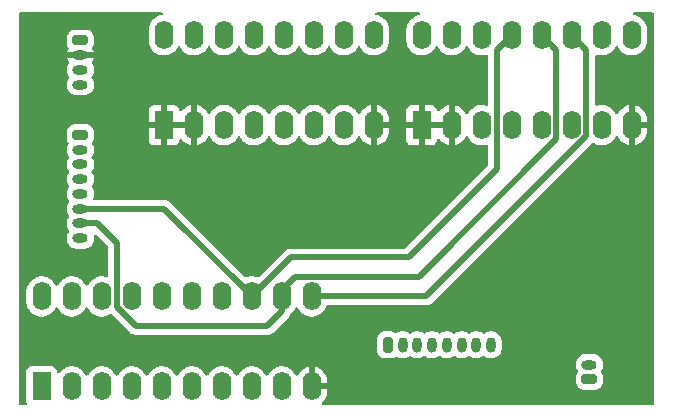
<source format=gbr>
%TF.GenerationSoftware,KiCad,Pcbnew,8.0.3*%
%TF.CreationDate,2024-07-20T16:39:50-07:00*%
%TF.ProjectId,General Register V1,47656e65-7261-46c2-9052-656769737465,rev?*%
%TF.SameCoordinates,Original*%
%TF.FileFunction,Copper,L3,Inr*%
%TF.FilePolarity,Positive*%
%FSLAX46Y46*%
G04 Gerber Fmt 4.6, Leading zero omitted, Abs format (unit mm)*
G04 Created by KiCad (PCBNEW 8.0.3) date 2024-07-20 16:39:50*
%MOMM*%
%LPD*%
G01*
G04 APERTURE LIST*
G04 Aperture macros list*
%AMRoundRect*
0 Rectangle with rounded corners*
0 $1 Rounding radius*
0 $2 $3 $4 $5 $6 $7 $8 $9 X,Y pos of 4 corners*
0 Add a 4 corners polygon primitive as box body*
4,1,4,$2,$3,$4,$5,$6,$7,$8,$9,$2,$3,0*
0 Add four circle primitives for the rounded corners*
1,1,$1+$1,$2,$3*
1,1,$1+$1,$4,$5*
1,1,$1+$1,$6,$7*
1,1,$1+$1,$8,$9*
0 Add four rect primitives between the rounded corners*
20,1,$1+$1,$2,$3,$4,$5,0*
20,1,$1+$1,$4,$5,$6,$7,0*
20,1,$1+$1,$6,$7,$8,$9,0*
20,1,$1+$1,$8,$9,$2,$3,0*%
G04 Aperture macros list end*
%TA.AperFunction,ComponentPad*%
%ADD10R,1.600000X2.400000*%
%TD*%
%TA.AperFunction,ComponentPad*%
%ADD11O,1.600000X2.400000*%
%TD*%
%TA.AperFunction,ComponentPad*%
%ADD12RoundRect,0.200000X-0.450000X0.200000X-0.450000X-0.200000X0.450000X-0.200000X0.450000X0.200000X0*%
%TD*%
%TA.AperFunction,ComponentPad*%
%ADD13O,1.300000X0.800000*%
%TD*%
%TA.AperFunction,ComponentPad*%
%ADD14RoundRect,0.200000X0.450000X-0.200000X0.450000X0.200000X-0.450000X0.200000X-0.450000X-0.200000X0*%
%TD*%
%TA.AperFunction,ComponentPad*%
%ADD15RoundRect,0.200000X-0.200000X-0.450000X0.200000X-0.450000X0.200000X0.450000X-0.200000X0.450000X0*%
%TD*%
%TA.AperFunction,ComponentPad*%
%ADD16O,0.800000X1.300000*%
%TD*%
%TA.AperFunction,ViaPad*%
%ADD17C,0.600000*%
%TD*%
%TA.AperFunction,Conductor*%
%ADD18C,0.500000*%
%TD*%
G04 APERTURE END LIST*
D10*
%TO.N,GNDREF*%
%TO.C,U5*%
X125100000Y-70300000D03*
D11*
X127640000Y-70300000D03*
%TO.N,/A3*%
X130180000Y-70300000D03*
%TO.N,/A2*%
X132720000Y-70300000D03*
%TO.N,/A1*%
X135260000Y-70300000D03*
%TO.N,/A0*%
X137800000Y-70300000D03*
%TO.N,/CLK*%
X140340000Y-70300000D03*
%TO.N,GNDREF*%
X142880000Y-70300000D03*
%TO.N,/~{Ain}*%
X142880000Y-62680000D03*
X140340000Y-62680000D03*
%TO.N,/BUS 0*%
X137800000Y-62680000D03*
%TO.N,/BUS 1*%
X135260000Y-62680000D03*
%TO.N,/BUS 2*%
X132720000Y-62680000D03*
%TO.N,/BUS 3*%
X130180000Y-62680000D03*
%TO.N,/CLR*%
X127640000Y-62680000D03*
%TO.N,VCC*%
X125100000Y-62680000D03*
%TD*%
D12*
%TO.N,VCC*%
%TO.C,J1*%
X96200000Y-63125000D03*
D13*
%TO.N,GNDREF*%
X96200000Y-64375000D03*
%TO.N,/CLK*%
X96200000Y-65625000D03*
%TO.N,/CLR*%
X96200000Y-66875000D03*
%TD*%
D10*
%TO.N,VCC*%
%TO.C,U6*%
X92920000Y-92420000D03*
D11*
%TO.N,/A7*%
X95460000Y-92420000D03*
%TO.N,/A6*%
X98000000Y-92420000D03*
%TO.N,/A5*%
X100540000Y-92420000D03*
%TO.N,/A4*%
X103080000Y-92420000D03*
%TO.N,/A3*%
X105620000Y-92420000D03*
%TO.N,/A2*%
X108160000Y-92420000D03*
%TO.N,/A1*%
X110700000Y-92420000D03*
%TO.N,/A0*%
X113240000Y-92420000D03*
%TO.N,GNDREF*%
X115780000Y-92420000D03*
%TO.N,/BUS 0*%
X115780000Y-84800000D03*
%TO.N,/BUS 1*%
X113240000Y-84800000D03*
%TO.N,/BUS 2*%
X110700000Y-84800000D03*
%TO.N,/BUS 3*%
X108160000Y-84800000D03*
%TO.N,/BUS 4*%
X105620000Y-84800000D03*
%TO.N,/BUS 5*%
X103080000Y-84800000D03*
%TO.N,/BUS 6*%
X100540000Y-84800000D03*
%TO.N,/BUS 7*%
X98000000Y-84800000D03*
%TO.N,/~{Aout}*%
X95460000Y-84800000D03*
%TO.N,VCC*%
X92920000Y-84800000D03*
%TD*%
D14*
%TO.N,/~{Aout}*%
%TO.C,J3*%
X139300000Y-91825000D03*
D13*
%TO.N,/~{Ain}*%
X139300000Y-90575000D03*
%TD*%
D12*
%TO.N,/BUS 7*%
%TO.C,J2*%
X96200000Y-71125000D03*
D13*
%TO.N,/BUS 6*%
X96200000Y-72375000D03*
%TO.N,/BUS 5*%
X96200000Y-73625000D03*
%TO.N,/BUS 4*%
X96200000Y-74875000D03*
%TO.N,/BUS 3*%
X96200000Y-76125000D03*
%TO.N,/BUS 2*%
X96200000Y-77375000D03*
%TO.N,/BUS 1*%
X96200000Y-78625000D03*
%TO.N,/BUS 0*%
X96200000Y-79875000D03*
%TD*%
D10*
%TO.N,GNDREF*%
%TO.C,U4*%
X103280000Y-70300000D03*
D11*
X105820000Y-70300000D03*
%TO.N,/A7*%
X108360000Y-70300000D03*
%TO.N,/A6*%
X110900000Y-70300000D03*
%TO.N,/A5*%
X113440000Y-70300000D03*
%TO.N,/A4*%
X115980000Y-70300000D03*
%TO.N,/CLK*%
X118520000Y-70300000D03*
%TO.N,GNDREF*%
X121060000Y-70300000D03*
%TO.N,/~{Ain}*%
X121060000Y-62680000D03*
X118520000Y-62680000D03*
%TO.N,/BUS 4*%
X115980000Y-62680000D03*
%TO.N,/BUS 5*%
X113440000Y-62680000D03*
%TO.N,/BUS 6*%
X110900000Y-62680000D03*
%TO.N,/BUS 7*%
X108360000Y-62680000D03*
%TO.N,/CLR*%
X105820000Y-62680000D03*
%TO.N,VCC*%
X103280000Y-62680000D03*
%TD*%
D15*
%TO.N,/A7*%
%TO.C,J4*%
X122225000Y-88900000D03*
D16*
%TO.N,/A6*%
X123475000Y-88900000D03*
%TO.N,/A5*%
X124725000Y-88900000D03*
%TO.N,/A4*%
X125975000Y-88900000D03*
%TO.N,/A3*%
X127225000Y-88900000D03*
%TO.N,/A2*%
X128475000Y-88900000D03*
%TO.N,/A1*%
X129725000Y-88900000D03*
%TO.N,/A0*%
X130975000Y-88900000D03*
%TD*%
D17*
%TO.N,GNDREF*%
X142000000Y-85500000D03*
%TD*%
D18*
%TO.N,/BUS 1*%
X113240000Y-86060000D02*
X112000000Y-87300000D01*
X114350000Y-83150000D02*
X124850000Y-83150000D01*
X100872233Y-87300000D02*
X99290000Y-85717767D01*
X112000000Y-87300000D02*
X100872233Y-87300000D01*
X136510000Y-71490000D02*
X136510000Y-63930000D01*
X113240000Y-84800000D02*
X113240000Y-84260000D01*
X124850000Y-83150000D02*
X136510000Y-71490000D01*
X99290000Y-80290000D02*
X97625000Y-78625000D01*
X136510000Y-63930000D02*
X135260000Y-62680000D01*
X113240000Y-84260000D02*
X114350000Y-83150000D01*
X99290000Y-85717767D02*
X99290000Y-80290000D01*
X113240000Y-84800000D02*
X113240000Y-86060000D01*
X97625000Y-78625000D02*
X96200000Y-78625000D01*
%TO.N,/BUS 0*%
X139050000Y-63930000D02*
X137800000Y-62680000D01*
X139050000Y-71217767D02*
X139050000Y-63930000D01*
X115780000Y-84800000D02*
X125467767Y-84800000D01*
X125467767Y-84800000D02*
X139050000Y-71217767D01*
%TO.N,/BUS 2*%
X131470000Y-63930000D02*
X132720000Y-62680000D01*
X114000000Y-81500000D02*
X124000000Y-81500000D01*
X131470000Y-74030000D02*
X131470000Y-63930000D01*
X103275000Y-77375000D02*
X96200000Y-77375000D01*
X124000000Y-81500000D02*
X131470000Y-74030000D01*
X110700000Y-84800000D02*
X114000000Y-81500000D01*
X110700000Y-84800000D02*
X103275000Y-77375000D01*
%TD*%
%TA.AperFunction,Conductor*%
%TO.N,GNDREF*%
G36*
X105499920Y-70054394D02*
G01*
X105447259Y-70145606D01*
X105420000Y-70247339D01*
X105420000Y-70352661D01*
X105447259Y-70454394D01*
X105499920Y-70545606D01*
X105504314Y-70550000D01*
X103595686Y-70550000D01*
X103600080Y-70545606D01*
X103652741Y-70454394D01*
X103680000Y-70352661D01*
X103680000Y-70247339D01*
X103652741Y-70145606D01*
X103600080Y-70054394D01*
X103595686Y-70050000D01*
X105504314Y-70050000D01*
X105499920Y-70054394D01*
G37*
%TD.AperFunction*%
%TA.AperFunction,Conductor*%
G36*
X103114971Y-60770185D02*
G01*
X103160726Y-60822989D01*
X103170670Y-60892147D01*
X103141645Y-60955703D01*
X103082867Y-60993477D01*
X103067330Y-60996973D01*
X102975465Y-61011522D01*
X102780776Y-61074781D01*
X102598386Y-61167715D01*
X102432786Y-61288028D01*
X102288028Y-61432786D01*
X102167715Y-61598386D01*
X102074781Y-61780776D01*
X102011522Y-61975465D01*
X101979500Y-62177648D01*
X101979500Y-63182351D01*
X102011522Y-63384534D01*
X102074781Y-63579223D01*
X102138691Y-63704653D01*
X102166176Y-63758594D01*
X102167715Y-63761613D01*
X102288028Y-63927213D01*
X102432786Y-64071971D01*
X102558162Y-64163060D01*
X102598390Y-64192287D01*
X102714607Y-64251503D01*
X102780776Y-64285218D01*
X102780778Y-64285218D01*
X102780781Y-64285220D01*
X102885137Y-64319127D01*
X102975465Y-64348477D01*
X103076557Y-64364488D01*
X103177648Y-64380500D01*
X103177649Y-64380500D01*
X103382351Y-64380500D01*
X103382352Y-64380500D01*
X103584534Y-64348477D01*
X103779219Y-64285220D01*
X103961610Y-64192287D01*
X104071452Y-64112483D01*
X104127213Y-64071971D01*
X104127215Y-64071968D01*
X104127219Y-64071966D01*
X104271966Y-63927219D01*
X104271968Y-63927215D01*
X104271971Y-63927213D01*
X104392284Y-63761614D01*
X104392285Y-63761613D01*
X104392287Y-63761610D01*
X104439516Y-63668917D01*
X104487489Y-63618123D01*
X104555310Y-63601328D01*
X104621445Y-63623865D01*
X104660485Y-63668919D01*
X104707715Y-63761614D01*
X104828028Y-63927213D01*
X104972786Y-64071971D01*
X105098162Y-64163060D01*
X105138390Y-64192287D01*
X105254607Y-64251503D01*
X105320776Y-64285218D01*
X105320778Y-64285218D01*
X105320781Y-64285220D01*
X105425137Y-64319127D01*
X105515465Y-64348477D01*
X105616557Y-64364488D01*
X105717648Y-64380500D01*
X105717649Y-64380500D01*
X105922351Y-64380500D01*
X105922352Y-64380500D01*
X106124534Y-64348477D01*
X106319219Y-64285220D01*
X106501610Y-64192287D01*
X106611452Y-64112483D01*
X106667213Y-64071971D01*
X106667215Y-64071968D01*
X106667219Y-64071966D01*
X106811966Y-63927219D01*
X106811968Y-63927215D01*
X106811971Y-63927213D01*
X106932284Y-63761614D01*
X106932285Y-63761613D01*
X106932287Y-63761610D01*
X106979516Y-63668917D01*
X107027489Y-63618123D01*
X107095310Y-63601328D01*
X107161445Y-63623865D01*
X107200485Y-63668919D01*
X107247715Y-63761614D01*
X107368028Y-63927213D01*
X107512786Y-64071971D01*
X107638162Y-64163060D01*
X107678390Y-64192287D01*
X107794607Y-64251503D01*
X107860776Y-64285218D01*
X107860778Y-64285218D01*
X107860781Y-64285220D01*
X107965137Y-64319127D01*
X108055465Y-64348477D01*
X108156557Y-64364488D01*
X108257648Y-64380500D01*
X108257649Y-64380500D01*
X108462351Y-64380500D01*
X108462352Y-64380500D01*
X108664534Y-64348477D01*
X108859219Y-64285220D01*
X109041610Y-64192287D01*
X109151452Y-64112483D01*
X109207213Y-64071971D01*
X109207215Y-64071968D01*
X109207219Y-64071966D01*
X109351966Y-63927219D01*
X109351968Y-63927215D01*
X109351971Y-63927213D01*
X109472284Y-63761614D01*
X109472285Y-63761613D01*
X109472287Y-63761610D01*
X109519516Y-63668917D01*
X109567489Y-63618123D01*
X109635310Y-63601328D01*
X109701445Y-63623865D01*
X109740485Y-63668919D01*
X109787715Y-63761614D01*
X109908028Y-63927213D01*
X110052786Y-64071971D01*
X110178162Y-64163060D01*
X110218390Y-64192287D01*
X110334607Y-64251503D01*
X110400776Y-64285218D01*
X110400778Y-64285218D01*
X110400781Y-64285220D01*
X110505137Y-64319127D01*
X110595465Y-64348477D01*
X110696557Y-64364488D01*
X110797648Y-64380500D01*
X110797649Y-64380500D01*
X111002351Y-64380500D01*
X111002352Y-64380500D01*
X111204534Y-64348477D01*
X111399219Y-64285220D01*
X111581610Y-64192287D01*
X111691452Y-64112483D01*
X111747213Y-64071971D01*
X111747215Y-64071968D01*
X111747219Y-64071966D01*
X111891966Y-63927219D01*
X111891968Y-63927215D01*
X111891971Y-63927213D01*
X112012284Y-63761614D01*
X112012285Y-63761613D01*
X112012287Y-63761610D01*
X112059516Y-63668917D01*
X112107489Y-63618123D01*
X112175310Y-63601328D01*
X112241445Y-63623865D01*
X112280485Y-63668919D01*
X112327715Y-63761614D01*
X112448028Y-63927213D01*
X112592786Y-64071971D01*
X112718162Y-64163060D01*
X112758390Y-64192287D01*
X112874607Y-64251503D01*
X112940776Y-64285218D01*
X112940778Y-64285218D01*
X112940781Y-64285220D01*
X113045137Y-64319127D01*
X113135465Y-64348477D01*
X113236557Y-64364488D01*
X113337648Y-64380500D01*
X113337649Y-64380500D01*
X113542351Y-64380500D01*
X113542352Y-64380500D01*
X113744534Y-64348477D01*
X113939219Y-64285220D01*
X114121610Y-64192287D01*
X114231452Y-64112483D01*
X114287213Y-64071971D01*
X114287215Y-64071968D01*
X114287219Y-64071966D01*
X114431966Y-63927219D01*
X114431968Y-63927215D01*
X114431971Y-63927213D01*
X114552284Y-63761614D01*
X114552285Y-63761613D01*
X114552287Y-63761610D01*
X114599516Y-63668917D01*
X114647489Y-63618123D01*
X114715310Y-63601328D01*
X114781445Y-63623865D01*
X114820485Y-63668919D01*
X114867715Y-63761614D01*
X114988028Y-63927213D01*
X115132786Y-64071971D01*
X115258162Y-64163060D01*
X115298390Y-64192287D01*
X115414607Y-64251503D01*
X115480776Y-64285218D01*
X115480778Y-64285218D01*
X115480781Y-64285220D01*
X115585137Y-64319127D01*
X115675465Y-64348477D01*
X115776557Y-64364488D01*
X115877648Y-64380500D01*
X115877649Y-64380500D01*
X116082351Y-64380500D01*
X116082352Y-64380500D01*
X116284534Y-64348477D01*
X116479219Y-64285220D01*
X116661610Y-64192287D01*
X116771452Y-64112483D01*
X116827213Y-64071971D01*
X116827215Y-64071968D01*
X116827219Y-64071966D01*
X116971966Y-63927219D01*
X116971968Y-63927215D01*
X116971971Y-63927213D01*
X117092284Y-63761614D01*
X117092285Y-63761613D01*
X117092287Y-63761610D01*
X117139516Y-63668917D01*
X117187489Y-63618123D01*
X117255310Y-63601328D01*
X117321445Y-63623865D01*
X117360485Y-63668919D01*
X117407715Y-63761614D01*
X117528028Y-63927213D01*
X117672786Y-64071971D01*
X117798162Y-64163060D01*
X117838390Y-64192287D01*
X117954607Y-64251503D01*
X118020776Y-64285218D01*
X118020778Y-64285218D01*
X118020781Y-64285220D01*
X118125137Y-64319127D01*
X118215465Y-64348477D01*
X118316557Y-64364488D01*
X118417648Y-64380500D01*
X118417649Y-64380500D01*
X118622351Y-64380500D01*
X118622352Y-64380500D01*
X118824534Y-64348477D01*
X119019219Y-64285220D01*
X119201610Y-64192287D01*
X119311452Y-64112483D01*
X119367213Y-64071971D01*
X119367215Y-64071968D01*
X119367219Y-64071966D01*
X119511966Y-63927219D01*
X119511968Y-63927215D01*
X119511971Y-63927213D01*
X119632284Y-63761614D01*
X119632285Y-63761613D01*
X119632287Y-63761610D01*
X119679516Y-63668917D01*
X119727489Y-63618123D01*
X119795310Y-63601328D01*
X119861445Y-63623865D01*
X119900485Y-63668919D01*
X119947715Y-63761614D01*
X120068028Y-63927213D01*
X120212786Y-64071971D01*
X120338162Y-64163060D01*
X120378390Y-64192287D01*
X120494607Y-64251503D01*
X120560776Y-64285218D01*
X120560778Y-64285218D01*
X120560781Y-64285220D01*
X120665137Y-64319127D01*
X120755465Y-64348477D01*
X120856557Y-64364488D01*
X120957648Y-64380500D01*
X120957649Y-64380500D01*
X121162351Y-64380500D01*
X121162352Y-64380500D01*
X121364534Y-64348477D01*
X121559219Y-64285220D01*
X121741610Y-64192287D01*
X121851452Y-64112483D01*
X121907213Y-64071971D01*
X121907215Y-64071968D01*
X121907219Y-64071966D01*
X122051966Y-63927219D01*
X122051968Y-63927215D01*
X122051971Y-63927213D01*
X122126262Y-63824958D01*
X122172287Y-63761610D01*
X122265220Y-63579219D01*
X122328477Y-63384534D01*
X122360500Y-63182352D01*
X122360500Y-62177648D01*
X122328477Y-61975466D01*
X122265220Y-61780781D01*
X122265218Y-61780778D01*
X122265218Y-61780776D01*
X122219515Y-61691080D01*
X122172287Y-61598390D01*
X122164556Y-61587749D01*
X122051971Y-61432786D01*
X121907213Y-61288028D01*
X121741613Y-61167715D01*
X121741612Y-61167714D01*
X121741610Y-61167713D01*
X121684653Y-61138691D01*
X121559223Y-61074781D01*
X121364534Y-61011522D01*
X121272670Y-60996973D01*
X121209535Y-60967044D01*
X121172604Y-60907732D01*
X121173602Y-60837870D01*
X121212212Y-60779637D01*
X121276175Y-60751523D01*
X121292068Y-60750500D01*
X124867932Y-60750500D01*
X124934971Y-60770185D01*
X124980726Y-60822989D01*
X124990670Y-60892147D01*
X124961645Y-60955703D01*
X124902867Y-60993477D01*
X124887330Y-60996973D01*
X124795465Y-61011522D01*
X124600776Y-61074781D01*
X124418386Y-61167715D01*
X124252786Y-61288028D01*
X124108028Y-61432786D01*
X123987715Y-61598386D01*
X123894781Y-61780776D01*
X123831522Y-61975465D01*
X123799500Y-62177648D01*
X123799500Y-63182351D01*
X123831522Y-63384534D01*
X123894781Y-63579223D01*
X123958691Y-63704653D01*
X123986176Y-63758594D01*
X123987715Y-63761613D01*
X124108028Y-63927213D01*
X124252786Y-64071971D01*
X124378162Y-64163060D01*
X124418390Y-64192287D01*
X124534607Y-64251503D01*
X124600776Y-64285218D01*
X124600778Y-64285218D01*
X124600781Y-64285220D01*
X124705137Y-64319127D01*
X124795465Y-64348477D01*
X124896557Y-64364488D01*
X124997648Y-64380500D01*
X124997649Y-64380500D01*
X125202351Y-64380500D01*
X125202352Y-64380500D01*
X125404534Y-64348477D01*
X125599219Y-64285220D01*
X125781610Y-64192287D01*
X125891452Y-64112483D01*
X125947213Y-64071971D01*
X125947215Y-64071968D01*
X125947219Y-64071966D01*
X126091966Y-63927219D01*
X126091968Y-63927215D01*
X126091971Y-63927213D01*
X126212284Y-63761614D01*
X126212285Y-63761613D01*
X126212287Y-63761610D01*
X126259516Y-63668917D01*
X126307489Y-63618123D01*
X126375310Y-63601328D01*
X126441445Y-63623865D01*
X126480485Y-63668919D01*
X126527715Y-63761614D01*
X126648028Y-63927213D01*
X126792786Y-64071971D01*
X126918162Y-64163060D01*
X126958390Y-64192287D01*
X127074607Y-64251503D01*
X127140776Y-64285218D01*
X127140778Y-64285218D01*
X127140781Y-64285220D01*
X127245137Y-64319127D01*
X127335465Y-64348477D01*
X127436557Y-64364488D01*
X127537648Y-64380500D01*
X127537649Y-64380500D01*
X127742351Y-64380500D01*
X127742352Y-64380500D01*
X127944534Y-64348477D01*
X128139219Y-64285220D01*
X128321610Y-64192287D01*
X128431452Y-64112483D01*
X128487213Y-64071971D01*
X128487215Y-64071968D01*
X128487219Y-64071966D01*
X128631966Y-63927219D01*
X128631968Y-63927215D01*
X128631971Y-63927213D01*
X128752284Y-63761614D01*
X128752285Y-63761613D01*
X128752287Y-63761610D01*
X128799516Y-63668917D01*
X128847489Y-63618123D01*
X128915310Y-63601328D01*
X128981445Y-63623865D01*
X129020485Y-63668919D01*
X129067715Y-63761614D01*
X129188028Y-63927213D01*
X129332786Y-64071971D01*
X129458162Y-64163060D01*
X129498390Y-64192287D01*
X129614607Y-64251503D01*
X129680776Y-64285218D01*
X129680778Y-64285218D01*
X129680781Y-64285220D01*
X129785137Y-64319127D01*
X129875465Y-64348477D01*
X129976557Y-64364488D01*
X130077648Y-64380500D01*
X130077649Y-64380500D01*
X130282351Y-64380500D01*
X130282352Y-64380500D01*
X130484534Y-64348477D01*
X130557182Y-64324871D01*
X130627022Y-64322876D01*
X130686855Y-64358956D01*
X130717684Y-64421657D01*
X130719500Y-64442803D01*
X130719500Y-68537196D01*
X130699815Y-68604235D01*
X130647011Y-68649990D01*
X130577853Y-68659934D01*
X130557182Y-68655127D01*
X130484537Y-68631523D01*
X130312247Y-68604235D01*
X130282352Y-68599500D01*
X130077648Y-68599500D01*
X130053329Y-68603351D01*
X129875465Y-68631522D01*
X129680776Y-68694781D01*
X129498386Y-68787715D01*
X129332786Y-68908028D01*
X129188028Y-69052786D01*
X129067713Y-69218388D01*
X129020203Y-69311630D01*
X128972228Y-69362426D01*
X128904407Y-69379220D01*
X128838272Y-69356682D01*
X128799234Y-69311628D01*
X128751861Y-69218652D01*
X128631582Y-69053105D01*
X128631582Y-69053104D01*
X128486895Y-68908417D01*
X128321349Y-68788140D01*
X128139029Y-68695244D01*
X127944413Y-68632009D01*
X127890000Y-68623390D01*
X127890000Y-69984314D01*
X127885606Y-69979920D01*
X127794394Y-69927259D01*
X127692661Y-69900000D01*
X127587339Y-69900000D01*
X127485606Y-69927259D01*
X127394394Y-69979920D01*
X127390000Y-69984314D01*
X127390000Y-68623390D01*
X127335586Y-68632009D01*
X127140970Y-68695244D01*
X126958650Y-68788140D01*
X126793105Y-68908417D01*
X126793104Y-68908417D01*
X126648414Y-69053107D01*
X126621307Y-69090417D01*
X126565976Y-69133082D01*
X126496363Y-69139060D01*
X126434568Y-69106453D01*
X126400212Y-69045613D01*
X126397701Y-69030785D01*
X126393598Y-68992627D01*
X126393596Y-68992620D01*
X126343354Y-68857913D01*
X126343350Y-68857906D01*
X126257190Y-68742812D01*
X126257187Y-68742809D01*
X126142093Y-68656649D01*
X126142086Y-68656645D01*
X126007379Y-68606403D01*
X126007372Y-68606401D01*
X125947844Y-68600000D01*
X125350000Y-68600000D01*
X125350000Y-69984314D01*
X125345606Y-69979920D01*
X125254394Y-69927259D01*
X125152661Y-69900000D01*
X125047339Y-69900000D01*
X124945606Y-69927259D01*
X124854394Y-69979920D01*
X124850000Y-69984314D01*
X124850000Y-68600000D01*
X124252155Y-68600000D01*
X124192627Y-68606401D01*
X124192620Y-68606403D01*
X124057913Y-68656645D01*
X124057906Y-68656649D01*
X123942812Y-68742809D01*
X123942809Y-68742812D01*
X123856649Y-68857906D01*
X123856645Y-68857913D01*
X123806403Y-68992620D01*
X123806401Y-68992627D01*
X123800000Y-69052155D01*
X123800000Y-70050000D01*
X124784314Y-70050000D01*
X124779920Y-70054394D01*
X124727259Y-70145606D01*
X124700000Y-70247339D01*
X124700000Y-70352661D01*
X124727259Y-70454394D01*
X124779920Y-70545606D01*
X124784314Y-70550000D01*
X123800000Y-70550000D01*
X123800000Y-71547844D01*
X123806401Y-71607372D01*
X123806403Y-71607379D01*
X123856645Y-71742086D01*
X123856649Y-71742093D01*
X123942809Y-71857187D01*
X123942812Y-71857190D01*
X124057906Y-71943350D01*
X124057913Y-71943354D01*
X124192620Y-71993596D01*
X124192627Y-71993598D01*
X124252155Y-71999999D01*
X124252172Y-72000000D01*
X124850000Y-72000000D01*
X124850000Y-70615686D01*
X124854394Y-70620080D01*
X124945606Y-70672741D01*
X125047339Y-70700000D01*
X125152661Y-70700000D01*
X125254394Y-70672741D01*
X125345606Y-70620080D01*
X125350000Y-70615686D01*
X125350000Y-72000000D01*
X125947828Y-72000000D01*
X125947844Y-71999999D01*
X126007372Y-71993598D01*
X126007379Y-71993596D01*
X126142086Y-71943354D01*
X126142093Y-71943350D01*
X126257187Y-71857190D01*
X126257190Y-71857187D01*
X126343350Y-71742093D01*
X126343354Y-71742086D01*
X126393596Y-71607380D01*
X126397700Y-71569214D01*
X126424439Y-71504663D01*
X126481831Y-71464815D01*
X126551656Y-71462321D01*
X126611745Y-71497973D01*
X126621308Y-71509583D01*
X126648416Y-71546894D01*
X126793104Y-71691582D01*
X126958650Y-71811859D01*
X127140968Y-71904754D01*
X127335578Y-71967988D01*
X127390000Y-71976607D01*
X127390000Y-70615686D01*
X127394394Y-70620080D01*
X127485606Y-70672741D01*
X127587339Y-70700000D01*
X127692661Y-70700000D01*
X127794394Y-70672741D01*
X127885606Y-70620080D01*
X127890000Y-70615686D01*
X127890000Y-71976606D01*
X127944421Y-71967988D01*
X128139031Y-71904754D01*
X128321349Y-71811859D01*
X128486894Y-71691582D01*
X128486895Y-71691582D01*
X128631582Y-71546895D01*
X128631582Y-71546894D01*
X128751861Y-71381347D01*
X128799234Y-71288371D01*
X128847208Y-71237575D01*
X128915028Y-71220779D01*
X128981164Y-71243316D01*
X129020203Y-71288369D01*
X129067713Y-71381611D01*
X129188028Y-71547213D01*
X129332786Y-71691971D01*
X129473393Y-71794126D01*
X129498390Y-71812287D01*
X129586517Y-71857190D01*
X129680776Y-71905218D01*
X129680778Y-71905218D01*
X129680781Y-71905220D01*
X129785137Y-71939127D01*
X129875465Y-71968477D01*
X129976557Y-71984488D01*
X130077648Y-72000500D01*
X130077649Y-72000500D01*
X130282351Y-72000500D01*
X130282352Y-72000500D01*
X130484534Y-71968477D01*
X130557182Y-71944871D01*
X130627022Y-71942876D01*
X130686855Y-71978956D01*
X130717684Y-72041657D01*
X130719500Y-72062803D01*
X130719500Y-73667770D01*
X130699815Y-73734809D01*
X130683181Y-73755451D01*
X123725451Y-80713181D01*
X123664128Y-80746666D01*
X123637770Y-80749500D01*
X113926076Y-80749500D01*
X113897242Y-80755234D01*
X113897243Y-80755235D01*
X113781093Y-80778339D01*
X113781083Y-80778342D01*
X113701081Y-80811479D01*
X113701082Y-80811480D01*
X113644502Y-80834917D01*
X113595269Y-80867813D01*
X113521588Y-80917044D01*
X113521580Y-80917050D01*
X111286637Y-83151993D01*
X111225314Y-83185478D01*
X111160638Y-83182243D01*
X111004537Y-83131523D01*
X110832247Y-83104235D01*
X110802352Y-83099500D01*
X110597648Y-83099500D01*
X110567753Y-83104235D01*
X110395464Y-83131523D01*
X110395461Y-83131523D01*
X110239361Y-83182244D01*
X110169520Y-83184239D01*
X110113362Y-83151994D01*
X103753421Y-76792052D01*
X103753414Y-76792046D01*
X103679729Y-76742812D01*
X103679729Y-76742813D01*
X103630491Y-76709913D01*
X103493917Y-76653343D01*
X103493907Y-76653340D01*
X103348920Y-76624500D01*
X103348918Y-76624500D01*
X97403373Y-76624500D01*
X97336334Y-76604815D01*
X97290579Y-76552011D01*
X97280635Y-76482853D01*
X97288812Y-76453048D01*
X97315894Y-76387666D01*
X97350500Y-76213691D01*
X97350500Y-76036309D01*
X97350500Y-76036306D01*
X97350499Y-76036304D01*
X97315896Y-75862341D01*
X97315893Y-75862332D01*
X97248016Y-75698459D01*
X97248014Y-75698455D01*
X97248013Y-75698453D01*
X97161442Y-75568891D01*
X97140564Y-75502214D01*
X97159048Y-75434834D01*
X97161442Y-75431109D01*
X97177352Y-75407296D01*
X97248013Y-75301547D01*
X97315894Y-75137666D01*
X97350500Y-74963691D01*
X97350500Y-74786309D01*
X97350500Y-74786306D01*
X97350499Y-74786304D01*
X97315896Y-74612341D01*
X97315893Y-74612332D01*
X97248016Y-74448459D01*
X97248014Y-74448455D01*
X97248013Y-74448453D01*
X97161442Y-74318891D01*
X97140564Y-74252214D01*
X97159048Y-74184834D01*
X97161442Y-74181109D01*
X97213018Y-74103920D01*
X97248013Y-74051547D01*
X97315894Y-73887666D01*
X97350500Y-73713691D01*
X97350500Y-73536309D01*
X97350500Y-73536306D01*
X97350499Y-73536304D01*
X97315896Y-73362341D01*
X97315893Y-73362332D01*
X97248016Y-73198459D01*
X97248014Y-73198455D01*
X97248013Y-73198453D01*
X97161442Y-73068891D01*
X97140564Y-73002214D01*
X97159048Y-72934834D01*
X97161442Y-72931109D01*
X97177352Y-72907296D01*
X97248013Y-72801547D01*
X97315894Y-72637666D01*
X97350500Y-72463691D01*
X97350500Y-72286309D01*
X97350500Y-72286306D01*
X97350499Y-72286304D01*
X97315896Y-72112341D01*
X97315893Y-72112332D01*
X97248015Y-71948457D01*
X97248011Y-71948450D01*
X97209733Y-71891162D01*
X97188855Y-71824485D01*
X97206717Y-71758125D01*
X97293478Y-71614606D01*
X97344086Y-71452196D01*
X97350500Y-71381616D01*
X97350500Y-70868384D01*
X97344086Y-70797804D01*
X97293478Y-70635394D01*
X97205472Y-70489815D01*
X97205470Y-70489813D01*
X97205469Y-70489811D01*
X97085188Y-70369530D01*
X97057283Y-70352661D01*
X96939606Y-70281522D01*
X96777196Y-70230914D01*
X96777194Y-70230913D01*
X96777192Y-70230913D01*
X96727778Y-70226423D01*
X96706616Y-70224500D01*
X95693384Y-70224500D01*
X95674145Y-70226248D01*
X95622807Y-70230913D01*
X95460393Y-70281522D01*
X95314811Y-70369530D01*
X95194530Y-70489811D01*
X95106522Y-70635393D01*
X95055913Y-70797807D01*
X95049500Y-70868386D01*
X95049500Y-71381613D01*
X95055913Y-71452192D01*
X95055913Y-71452194D01*
X95055914Y-71452196D01*
X95072263Y-71504663D01*
X95106522Y-71614606D01*
X95193281Y-71758122D01*
X95211117Y-71825677D01*
X95190267Y-71891162D01*
X95151989Y-71948449D01*
X95151983Y-71948460D01*
X95084106Y-72112332D01*
X95084103Y-72112341D01*
X95049500Y-72286304D01*
X95049500Y-72463695D01*
X95084103Y-72637658D01*
X95084106Y-72637667D01*
X95151983Y-72801540D01*
X95151990Y-72801553D01*
X95238557Y-72931109D01*
X95259435Y-72997787D01*
X95240950Y-73065167D01*
X95238557Y-73068891D01*
X95151990Y-73198446D01*
X95151983Y-73198459D01*
X95084106Y-73362332D01*
X95084103Y-73362341D01*
X95049500Y-73536304D01*
X95049500Y-73713695D01*
X95084103Y-73887658D01*
X95084106Y-73887667D01*
X95151983Y-74051540D01*
X95151990Y-74051553D01*
X95238557Y-74181109D01*
X95259435Y-74247787D01*
X95240950Y-74315167D01*
X95238557Y-74318891D01*
X95151990Y-74448446D01*
X95151983Y-74448459D01*
X95084106Y-74612332D01*
X95084103Y-74612341D01*
X95049500Y-74786304D01*
X95049500Y-74963695D01*
X95084103Y-75137658D01*
X95084106Y-75137667D01*
X95151983Y-75301540D01*
X95151990Y-75301553D01*
X95238557Y-75431109D01*
X95259435Y-75497787D01*
X95240950Y-75565167D01*
X95238557Y-75568891D01*
X95151990Y-75698446D01*
X95151983Y-75698459D01*
X95084106Y-75862332D01*
X95084103Y-75862341D01*
X95049500Y-76036304D01*
X95049500Y-76213695D01*
X95084103Y-76387658D01*
X95084106Y-76387667D01*
X95151983Y-76551540D01*
X95151990Y-76551553D01*
X95238557Y-76681109D01*
X95259435Y-76747787D01*
X95240950Y-76815167D01*
X95238557Y-76818891D01*
X95151990Y-76948446D01*
X95151983Y-76948459D01*
X95084106Y-77112332D01*
X95084103Y-77112341D01*
X95049500Y-77286304D01*
X95049500Y-77463695D01*
X95084103Y-77637658D01*
X95084106Y-77637667D01*
X95151983Y-77801540D01*
X95151990Y-77801553D01*
X95238557Y-77931109D01*
X95259435Y-77997787D01*
X95240950Y-78065167D01*
X95238557Y-78068891D01*
X95151990Y-78198446D01*
X95151983Y-78198459D01*
X95084106Y-78362332D01*
X95084103Y-78362341D01*
X95049500Y-78536304D01*
X95049500Y-78713695D01*
X95084103Y-78887658D01*
X95084106Y-78887667D01*
X95151983Y-79051540D01*
X95151990Y-79051553D01*
X95238557Y-79181109D01*
X95259435Y-79247787D01*
X95240950Y-79315167D01*
X95238557Y-79318891D01*
X95151990Y-79448446D01*
X95151983Y-79448459D01*
X95084106Y-79612332D01*
X95084103Y-79612341D01*
X95049500Y-79786304D01*
X95049500Y-79963695D01*
X95084103Y-80137658D01*
X95084105Y-80137664D01*
X95084106Y-80137666D01*
X95102667Y-80182476D01*
X95151983Y-80301540D01*
X95151990Y-80301553D01*
X95250535Y-80449034D01*
X95250538Y-80449038D01*
X95375961Y-80574461D01*
X95375965Y-80574464D01*
X95523446Y-80673009D01*
X95523459Y-80673016D01*
X95620428Y-80713181D01*
X95687334Y-80740894D01*
X95687336Y-80740894D01*
X95687341Y-80740896D01*
X95861304Y-80775499D01*
X95861307Y-80775500D01*
X95861309Y-80775500D01*
X96538693Y-80775500D01*
X96538694Y-80775499D01*
X96596682Y-80763964D01*
X96712658Y-80740896D01*
X96712661Y-80740894D01*
X96712666Y-80740894D01*
X96876547Y-80673013D01*
X97024035Y-80574464D01*
X97149464Y-80449035D01*
X97248013Y-80301547D01*
X97315894Y-80137666D01*
X97350500Y-79963691D01*
X97350500Y-79786309D01*
X97350500Y-79786306D01*
X97337273Y-79719812D01*
X97343500Y-79650220D01*
X97386363Y-79595043D01*
X97452252Y-79571798D01*
X97520249Y-79587866D01*
X97546571Y-79607939D01*
X98503181Y-80564548D01*
X98536666Y-80625871D01*
X98539500Y-80652229D01*
X98539500Y-83037196D01*
X98519815Y-83104235D01*
X98467011Y-83149990D01*
X98397853Y-83159934D01*
X98377182Y-83155127D01*
X98304537Y-83131523D01*
X98132247Y-83104235D01*
X98102352Y-83099500D01*
X97897648Y-83099500D01*
X97873329Y-83103351D01*
X97695465Y-83131522D01*
X97500776Y-83194781D01*
X97318386Y-83287715D01*
X97152786Y-83408028D01*
X97008028Y-83552786D01*
X96887715Y-83718386D01*
X96840485Y-83811080D01*
X96792510Y-83861876D01*
X96724689Y-83878671D01*
X96658554Y-83856134D01*
X96619515Y-83811080D01*
X96604486Y-83781584D01*
X96572287Y-83718390D01*
X96564556Y-83707749D01*
X96451971Y-83552786D01*
X96307213Y-83408028D01*
X96141613Y-83287715D01*
X96141612Y-83287714D01*
X96141610Y-83287713D01*
X96084653Y-83258691D01*
X95959223Y-83194781D01*
X95764534Y-83131522D01*
X95589995Y-83103878D01*
X95562352Y-83099500D01*
X95357648Y-83099500D01*
X95333329Y-83103351D01*
X95155465Y-83131522D01*
X94960776Y-83194781D01*
X94778386Y-83287715D01*
X94612786Y-83408028D01*
X94468028Y-83552786D01*
X94347715Y-83718386D01*
X94300485Y-83811080D01*
X94252510Y-83861876D01*
X94184689Y-83878671D01*
X94118554Y-83856134D01*
X94079515Y-83811080D01*
X94064486Y-83781584D01*
X94032287Y-83718390D01*
X94024556Y-83707749D01*
X93911971Y-83552786D01*
X93767213Y-83408028D01*
X93601613Y-83287715D01*
X93601612Y-83287714D01*
X93601610Y-83287713D01*
X93544653Y-83258691D01*
X93419223Y-83194781D01*
X93224534Y-83131522D01*
X93049995Y-83103878D01*
X93022352Y-83099500D01*
X92817648Y-83099500D01*
X92793329Y-83103351D01*
X92615465Y-83131522D01*
X92420776Y-83194781D01*
X92238386Y-83287715D01*
X92072786Y-83408028D01*
X91928028Y-83552786D01*
X91807715Y-83718386D01*
X91714781Y-83900776D01*
X91651522Y-84095465D01*
X91619500Y-84297648D01*
X91619500Y-85302351D01*
X91651522Y-85504534D01*
X91714781Y-85699223D01*
X91778691Y-85824653D01*
X91807712Y-85881609D01*
X91807715Y-85881613D01*
X91928028Y-86047213D01*
X92072786Y-86191971D01*
X92227749Y-86304556D01*
X92238390Y-86312287D01*
X92337902Y-86362991D01*
X92420776Y-86405218D01*
X92420778Y-86405218D01*
X92420781Y-86405220D01*
X92499545Y-86430812D01*
X92615465Y-86468477D01*
X92716557Y-86484488D01*
X92817648Y-86500500D01*
X92817649Y-86500500D01*
X93022351Y-86500500D01*
X93022352Y-86500500D01*
X93224534Y-86468477D01*
X93419219Y-86405220D01*
X93601610Y-86312287D01*
X93694590Y-86244732D01*
X93767213Y-86191971D01*
X93767215Y-86191968D01*
X93767219Y-86191966D01*
X93911966Y-86047219D01*
X93911968Y-86047215D01*
X93911971Y-86047213D01*
X94032284Y-85881614D01*
X94032285Y-85881613D01*
X94032287Y-85881610D01*
X94079516Y-85788917D01*
X94127489Y-85738123D01*
X94195310Y-85721328D01*
X94261445Y-85743865D01*
X94300485Y-85788919D01*
X94347715Y-85881614D01*
X94468028Y-86047213D01*
X94612786Y-86191971D01*
X94767749Y-86304556D01*
X94778390Y-86312287D01*
X94877902Y-86362991D01*
X94960776Y-86405218D01*
X94960778Y-86405218D01*
X94960781Y-86405220D01*
X95039545Y-86430812D01*
X95155465Y-86468477D01*
X95256557Y-86484488D01*
X95357648Y-86500500D01*
X95357649Y-86500500D01*
X95562351Y-86500500D01*
X95562352Y-86500500D01*
X95764534Y-86468477D01*
X95959219Y-86405220D01*
X96141610Y-86312287D01*
X96234590Y-86244732D01*
X96307213Y-86191971D01*
X96307215Y-86191968D01*
X96307219Y-86191966D01*
X96451966Y-86047219D01*
X96451968Y-86047215D01*
X96451971Y-86047213D01*
X96572284Y-85881614D01*
X96572285Y-85881613D01*
X96572287Y-85881610D01*
X96619516Y-85788917D01*
X96667489Y-85738123D01*
X96735310Y-85721328D01*
X96801445Y-85743865D01*
X96840485Y-85788919D01*
X96887715Y-85881614D01*
X97008028Y-86047213D01*
X97152786Y-86191971D01*
X97307749Y-86304556D01*
X97318390Y-86312287D01*
X97417902Y-86362991D01*
X97500776Y-86405218D01*
X97500778Y-86405218D01*
X97500781Y-86405220D01*
X97579545Y-86430812D01*
X97695465Y-86468477D01*
X97796557Y-86484488D01*
X97897648Y-86500500D01*
X97897649Y-86500500D01*
X98102351Y-86500500D01*
X98102352Y-86500500D01*
X98304534Y-86468477D01*
X98499219Y-86405220D01*
X98681610Y-86312287D01*
X98681614Y-86312283D01*
X98681618Y-86312282D01*
X98685766Y-86309741D01*
X98686995Y-86311746D01*
X98743658Y-86291499D01*
X98811719Y-86307291D01*
X98838477Y-86327612D01*
X100289281Y-87778415D01*
X100289282Y-87778416D01*
X100362849Y-87851983D01*
X100393818Y-87882952D01*
X100516731Y-87965080D01*
X100516744Y-87965087D01*
X100653315Y-88021656D01*
X100653320Y-88021658D01*
X100653324Y-88021658D01*
X100653325Y-88021659D01*
X100798312Y-88050500D01*
X100798315Y-88050500D01*
X112073920Y-88050500D01*
X112171462Y-88031096D01*
X112218913Y-88021658D01*
X112355495Y-87965084D01*
X112404729Y-87932186D01*
X112478416Y-87882952D01*
X113822952Y-86538416D01*
X113872186Y-86464729D01*
X113905084Y-86415495D01*
X113945740Y-86317341D01*
X113987413Y-86264478D01*
X114087219Y-86191966D01*
X114231966Y-86047219D01*
X114231968Y-86047215D01*
X114231971Y-86047213D01*
X114352284Y-85881614D01*
X114352285Y-85881613D01*
X114352287Y-85881610D01*
X114399516Y-85788917D01*
X114447489Y-85738123D01*
X114515310Y-85721328D01*
X114581445Y-85743865D01*
X114620485Y-85788919D01*
X114667715Y-85881614D01*
X114788028Y-86047213D01*
X114932786Y-86191971D01*
X115087749Y-86304556D01*
X115098390Y-86312287D01*
X115197902Y-86362991D01*
X115280776Y-86405218D01*
X115280778Y-86405218D01*
X115280781Y-86405220D01*
X115359545Y-86430812D01*
X115475465Y-86468477D01*
X115576557Y-86484488D01*
X115677648Y-86500500D01*
X115677649Y-86500500D01*
X115882351Y-86500500D01*
X115882352Y-86500500D01*
X116084534Y-86468477D01*
X116279219Y-86405220D01*
X116461610Y-86312287D01*
X116554590Y-86244732D01*
X116627213Y-86191971D01*
X116627215Y-86191968D01*
X116627219Y-86191966D01*
X116771966Y-86047219D01*
X116771968Y-86047215D01*
X116771971Y-86047213D01*
X116824732Y-85974590D01*
X116892287Y-85881610D01*
X116985220Y-85699219D01*
X117005702Y-85636179D01*
X117045140Y-85578506D01*
X117109499Y-85551308D01*
X117123633Y-85550500D01*
X125541687Y-85550500D01*
X125639229Y-85531096D01*
X125686680Y-85521658D01*
X125823262Y-85465084D01*
X125872496Y-85432186D01*
X125946183Y-85382952D01*
X139501523Y-71827609D01*
X139562844Y-71794126D01*
X139632536Y-71799110D01*
X139653769Y-71810498D01*
X139654234Y-71809741D01*
X139658381Y-71812282D01*
X139658388Y-71812285D01*
X139658390Y-71812287D01*
X139688465Y-71827611D01*
X139840776Y-71905218D01*
X139840778Y-71905218D01*
X139840781Y-71905220D01*
X139945137Y-71939127D01*
X140035465Y-71968477D01*
X140136557Y-71984488D01*
X140237648Y-72000500D01*
X140237649Y-72000500D01*
X140442351Y-72000500D01*
X140442352Y-72000500D01*
X140644534Y-71968477D01*
X140839219Y-71905220D01*
X141021610Y-71812287D01*
X141118234Y-71742086D01*
X141187213Y-71691971D01*
X141187215Y-71691968D01*
X141187219Y-71691966D01*
X141331966Y-71547219D01*
X141331968Y-71547215D01*
X141331971Y-71547213D01*
X141452284Y-71381614D01*
X141452286Y-71381611D01*
X141452287Y-71381610D01*
X141499795Y-71288369D01*
X141547770Y-71237574D01*
X141615591Y-71220779D01*
X141681725Y-71243316D01*
X141720765Y-71288370D01*
X141768140Y-71381349D01*
X141888417Y-71546894D01*
X141888417Y-71546895D01*
X142033104Y-71691582D01*
X142198650Y-71811859D01*
X142380968Y-71904754D01*
X142575578Y-71967988D01*
X142630000Y-71976607D01*
X142630000Y-70615686D01*
X142634394Y-70620080D01*
X142725606Y-70672741D01*
X142827339Y-70700000D01*
X142932661Y-70700000D01*
X143034394Y-70672741D01*
X143125606Y-70620080D01*
X143130000Y-70615686D01*
X143130000Y-71976606D01*
X143184421Y-71967988D01*
X143379031Y-71904754D01*
X143561349Y-71811859D01*
X143726894Y-71691582D01*
X143726895Y-71691582D01*
X143871582Y-71546895D01*
X143871582Y-71546894D01*
X143991859Y-71381349D01*
X144084755Y-71199031D01*
X144147990Y-71004417D01*
X144180000Y-70802317D01*
X144180000Y-70550000D01*
X143195686Y-70550000D01*
X143200080Y-70545606D01*
X143252741Y-70454394D01*
X143280000Y-70352661D01*
X143280000Y-70247339D01*
X143252741Y-70145606D01*
X143200080Y-70054394D01*
X143195686Y-70050000D01*
X144180000Y-70050000D01*
X144180000Y-69797682D01*
X144147990Y-69595582D01*
X144084755Y-69400968D01*
X143991859Y-69218650D01*
X143871582Y-69053105D01*
X143871582Y-69053104D01*
X143726895Y-68908417D01*
X143561349Y-68788140D01*
X143379029Y-68695244D01*
X143184413Y-68632009D01*
X143130000Y-68623390D01*
X143130000Y-69984314D01*
X143125606Y-69979920D01*
X143034394Y-69927259D01*
X142932661Y-69900000D01*
X142827339Y-69900000D01*
X142725606Y-69927259D01*
X142634394Y-69979920D01*
X142630000Y-69984314D01*
X142630000Y-68623390D01*
X142575586Y-68632009D01*
X142380970Y-68695244D01*
X142198650Y-68788140D01*
X142033105Y-68908417D01*
X142033104Y-68908417D01*
X141888417Y-69053104D01*
X141888417Y-69053105D01*
X141768140Y-69218650D01*
X141720765Y-69311629D01*
X141672790Y-69362425D01*
X141604969Y-69379220D01*
X141538834Y-69356682D01*
X141499795Y-69311629D01*
X141452419Y-69218650D01*
X141452287Y-69218390D01*
X141390308Y-69133082D01*
X141331971Y-69052786D01*
X141187213Y-68908028D01*
X141021613Y-68787715D01*
X141021612Y-68787714D01*
X141021610Y-68787713D01*
X140933487Y-68742812D01*
X140839223Y-68694781D01*
X140644534Y-68631522D01*
X140469995Y-68603878D01*
X140442352Y-68599500D01*
X140237648Y-68599500D01*
X140207753Y-68604235D01*
X140035464Y-68631523D01*
X140035461Y-68631523D01*
X139962818Y-68655127D01*
X139892977Y-68657122D01*
X139833144Y-68621042D01*
X139802316Y-68558341D01*
X139800500Y-68537196D01*
X139800500Y-64442803D01*
X139820185Y-64375764D01*
X139872989Y-64330009D01*
X139942147Y-64320065D01*
X139962812Y-64324870D01*
X139988024Y-64333062D01*
X140035465Y-64348477D01*
X140136557Y-64364488D01*
X140237648Y-64380500D01*
X140237649Y-64380500D01*
X140442351Y-64380500D01*
X140442352Y-64380500D01*
X140644534Y-64348477D01*
X140839219Y-64285220D01*
X141021610Y-64192287D01*
X141131452Y-64112483D01*
X141187213Y-64071971D01*
X141187215Y-64071968D01*
X141187219Y-64071966D01*
X141331966Y-63927219D01*
X141331968Y-63927215D01*
X141331971Y-63927213D01*
X141452284Y-63761614D01*
X141452285Y-63761613D01*
X141452287Y-63761610D01*
X141499516Y-63668917D01*
X141547489Y-63618123D01*
X141615310Y-63601328D01*
X141681445Y-63623865D01*
X141720485Y-63668919D01*
X141767715Y-63761614D01*
X141888028Y-63927213D01*
X142032786Y-64071971D01*
X142158162Y-64163060D01*
X142198390Y-64192287D01*
X142314607Y-64251503D01*
X142380776Y-64285218D01*
X142380778Y-64285218D01*
X142380781Y-64285220D01*
X142485137Y-64319127D01*
X142575465Y-64348477D01*
X142676557Y-64364488D01*
X142777648Y-64380500D01*
X142777649Y-64380500D01*
X142982351Y-64380500D01*
X142982352Y-64380500D01*
X143184534Y-64348477D01*
X143379219Y-64285220D01*
X143561610Y-64192287D01*
X143671452Y-64112483D01*
X143727213Y-64071971D01*
X143727215Y-64071968D01*
X143727219Y-64071966D01*
X143871966Y-63927219D01*
X143871968Y-63927215D01*
X143871971Y-63927213D01*
X143946262Y-63824958D01*
X143992287Y-63761610D01*
X144085220Y-63579219D01*
X144148477Y-63384534D01*
X144180500Y-63182352D01*
X144180500Y-62177648D01*
X144148477Y-61975466D01*
X144085220Y-61780781D01*
X144085218Y-61780778D01*
X144085218Y-61780776D01*
X144039515Y-61691080D01*
X143992287Y-61598390D01*
X143984556Y-61587749D01*
X143871971Y-61432786D01*
X143727213Y-61288028D01*
X143561613Y-61167715D01*
X143561612Y-61167714D01*
X143561610Y-61167713D01*
X143504653Y-61138691D01*
X143379223Y-61074781D01*
X143184534Y-61011522D01*
X143092670Y-60996973D01*
X143029535Y-60967044D01*
X142992604Y-60907732D01*
X142993602Y-60837870D01*
X143032212Y-60779637D01*
X143096175Y-60751523D01*
X143112068Y-60750500D01*
X144625500Y-60750500D01*
X144692539Y-60770185D01*
X144738294Y-60822989D01*
X144749500Y-60874500D01*
X144749500Y-93875500D01*
X144729815Y-93942539D01*
X144677011Y-93988294D01*
X144625500Y-93999500D01*
X116738340Y-93999500D01*
X116671301Y-93979815D01*
X116625546Y-93927011D01*
X116615602Y-93857853D01*
X116644627Y-93794297D01*
X116650659Y-93787819D01*
X116771582Y-93666895D01*
X116771582Y-93666894D01*
X116891859Y-93501349D01*
X116984755Y-93319031D01*
X117047990Y-93124417D01*
X117080000Y-92922317D01*
X117080000Y-92670000D01*
X116095686Y-92670000D01*
X116100080Y-92665606D01*
X116152741Y-92574394D01*
X116180000Y-92472661D01*
X116180000Y-92367339D01*
X116152741Y-92265606D01*
X116100080Y-92174394D01*
X116095686Y-92170000D01*
X117080000Y-92170000D01*
X117080000Y-91917682D01*
X117047990Y-91715582D01*
X116984755Y-91520968D01*
X116891859Y-91338650D01*
X116771582Y-91173105D01*
X116771582Y-91173104D01*
X116626895Y-91028417D01*
X116461349Y-90908140D01*
X116279029Y-90815244D01*
X116084413Y-90752009D01*
X116030000Y-90743390D01*
X116030000Y-92104314D01*
X116025606Y-92099920D01*
X115934394Y-92047259D01*
X115832661Y-92020000D01*
X115727339Y-92020000D01*
X115625606Y-92047259D01*
X115534394Y-92099920D01*
X115530000Y-92104314D01*
X115530000Y-90743390D01*
X115475586Y-90752009D01*
X115280970Y-90815244D01*
X115098650Y-90908140D01*
X114933105Y-91028417D01*
X114933104Y-91028417D01*
X114788417Y-91173104D01*
X114788417Y-91173105D01*
X114668140Y-91338650D01*
X114620765Y-91431629D01*
X114572790Y-91482425D01*
X114504969Y-91499220D01*
X114438834Y-91476682D01*
X114399795Y-91431629D01*
X114352419Y-91338650D01*
X114352287Y-91338390D01*
X114344556Y-91327749D01*
X114231971Y-91172786D01*
X114087213Y-91028028D01*
X113921613Y-90907715D01*
X113921612Y-90907714D01*
X113921610Y-90907713D01*
X113864653Y-90878691D01*
X113739223Y-90814781D01*
X113544534Y-90751522D01*
X113369995Y-90723878D01*
X113342352Y-90719500D01*
X113137648Y-90719500D01*
X113113329Y-90723351D01*
X112935465Y-90751522D01*
X112740776Y-90814781D01*
X112558386Y-90907715D01*
X112392786Y-91028028D01*
X112248028Y-91172786D01*
X112127715Y-91338386D01*
X112080485Y-91431080D01*
X112032510Y-91481876D01*
X111964689Y-91498671D01*
X111898554Y-91476134D01*
X111859515Y-91431080D01*
X111812419Y-91338650D01*
X111812287Y-91338390D01*
X111804556Y-91327749D01*
X111691971Y-91172786D01*
X111547213Y-91028028D01*
X111381613Y-90907715D01*
X111381612Y-90907714D01*
X111381610Y-90907713D01*
X111324653Y-90878691D01*
X111199223Y-90814781D01*
X111004534Y-90751522D01*
X110829995Y-90723878D01*
X110802352Y-90719500D01*
X110597648Y-90719500D01*
X110573329Y-90723351D01*
X110395465Y-90751522D01*
X110200776Y-90814781D01*
X110018386Y-90907715D01*
X109852786Y-91028028D01*
X109708028Y-91172786D01*
X109587715Y-91338386D01*
X109540485Y-91431080D01*
X109492510Y-91481876D01*
X109424689Y-91498671D01*
X109358554Y-91476134D01*
X109319515Y-91431080D01*
X109272419Y-91338650D01*
X109272287Y-91338390D01*
X109264556Y-91327749D01*
X109151971Y-91172786D01*
X109007213Y-91028028D01*
X108841613Y-90907715D01*
X108841612Y-90907714D01*
X108841610Y-90907713D01*
X108784653Y-90878691D01*
X108659223Y-90814781D01*
X108464534Y-90751522D01*
X108289995Y-90723878D01*
X108262352Y-90719500D01*
X108057648Y-90719500D01*
X108033329Y-90723351D01*
X107855465Y-90751522D01*
X107660776Y-90814781D01*
X107478386Y-90907715D01*
X107312786Y-91028028D01*
X107168028Y-91172786D01*
X107047715Y-91338386D01*
X107000485Y-91431080D01*
X106952510Y-91481876D01*
X106884689Y-91498671D01*
X106818554Y-91476134D01*
X106779515Y-91431080D01*
X106732419Y-91338650D01*
X106732287Y-91338390D01*
X106724556Y-91327749D01*
X106611971Y-91172786D01*
X106467213Y-91028028D01*
X106301613Y-90907715D01*
X106301612Y-90907714D01*
X106301610Y-90907713D01*
X106244653Y-90878691D01*
X106119223Y-90814781D01*
X105924534Y-90751522D01*
X105749995Y-90723878D01*
X105722352Y-90719500D01*
X105517648Y-90719500D01*
X105493329Y-90723351D01*
X105315465Y-90751522D01*
X105120776Y-90814781D01*
X104938386Y-90907715D01*
X104772786Y-91028028D01*
X104628028Y-91172786D01*
X104507715Y-91338386D01*
X104460485Y-91431080D01*
X104412510Y-91481876D01*
X104344689Y-91498671D01*
X104278554Y-91476134D01*
X104239515Y-91431080D01*
X104192419Y-91338650D01*
X104192287Y-91338390D01*
X104184556Y-91327749D01*
X104071971Y-91172786D01*
X103927213Y-91028028D01*
X103761613Y-90907715D01*
X103761612Y-90907714D01*
X103761610Y-90907713D01*
X103704653Y-90878691D01*
X103579223Y-90814781D01*
X103384534Y-90751522D01*
X103209995Y-90723878D01*
X103182352Y-90719500D01*
X102977648Y-90719500D01*
X102953329Y-90723351D01*
X102775465Y-90751522D01*
X102580776Y-90814781D01*
X102398386Y-90907715D01*
X102232786Y-91028028D01*
X102088028Y-91172786D01*
X101967715Y-91338386D01*
X101920485Y-91431080D01*
X101872510Y-91481876D01*
X101804689Y-91498671D01*
X101738554Y-91476134D01*
X101699515Y-91431080D01*
X101652419Y-91338650D01*
X101652287Y-91338390D01*
X101644556Y-91327749D01*
X101531971Y-91172786D01*
X101387213Y-91028028D01*
X101221613Y-90907715D01*
X101221612Y-90907714D01*
X101221610Y-90907713D01*
X101164653Y-90878691D01*
X101039223Y-90814781D01*
X100844534Y-90751522D01*
X100669995Y-90723878D01*
X100642352Y-90719500D01*
X100437648Y-90719500D01*
X100413329Y-90723351D01*
X100235465Y-90751522D01*
X100040776Y-90814781D01*
X99858386Y-90907715D01*
X99692786Y-91028028D01*
X99548028Y-91172786D01*
X99427715Y-91338386D01*
X99380485Y-91431080D01*
X99332510Y-91481876D01*
X99264689Y-91498671D01*
X99198554Y-91476134D01*
X99159515Y-91431080D01*
X99112419Y-91338650D01*
X99112287Y-91338390D01*
X99104556Y-91327749D01*
X98991971Y-91172786D01*
X98847213Y-91028028D01*
X98681613Y-90907715D01*
X98681612Y-90907714D01*
X98681610Y-90907713D01*
X98624653Y-90878691D01*
X98499223Y-90814781D01*
X98304534Y-90751522D01*
X98129995Y-90723878D01*
X98102352Y-90719500D01*
X97897648Y-90719500D01*
X97873329Y-90723351D01*
X97695465Y-90751522D01*
X97500776Y-90814781D01*
X97318386Y-90907715D01*
X97152786Y-91028028D01*
X97008028Y-91172786D01*
X96887715Y-91338386D01*
X96840485Y-91431080D01*
X96792510Y-91481876D01*
X96724689Y-91498671D01*
X96658554Y-91476134D01*
X96619515Y-91431080D01*
X96572419Y-91338650D01*
X96572287Y-91338390D01*
X96564556Y-91327749D01*
X96451971Y-91172786D01*
X96307213Y-91028028D01*
X96141613Y-90907715D01*
X96141612Y-90907714D01*
X96141610Y-90907713D01*
X96084653Y-90878691D01*
X95959223Y-90814781D01*
X95764534Y-90751522D01*
X95589995Y-90723878D01*
X95562352Y-90719500D01*
X95357648Y-90719500D01*
X95333329Y-90723351D01*
X95155465Y-90751522D01*
X94960776Y-90814781D01*
X94778386Y-90907715D01*
X94612786Y-91028028D01*
X94468032Y-91172782D01*
X94441668Y-91209070D01*
X94386338Y-91251735D01*
X94316724Y-91257714D01*
X94254929Y-91225108D01*
X94220572Y-91164269D01*
X94218060Y-91149438D01*
X94217035Y-91139906D01*
X94214091Y-91112517D01*
X94163796Y-90977669D01*
X94163795Y-90977668D01*
X94163793Y-90977664D01*
X94077547Y-90862455D01*
X94077544Y-90862452D01*
X93962335Y-90776206D01*
X93962328Y-90776202D01*
X93827482Y-90725908D01*
X93827483Y-90725908D01*
X93767883Y-90719501D01*
X93767881Y-90719500D01*
X93767873Y-90719500D01*
X93767864Y-90719500D01*
X92072129Y-90719500D01*
X92072123Y-90719501D01*
X92012516Y-90725908D01*
X91877671Y-90776202D01*
X91877664Y-90776206D01*
X91762455Y-90862452D01*
X91762452Y-90862455D01*
X91676206Y-90977664D01*
X91676202Y-90977671D01*
X91625908Y-91112517D01*
X91619501Y-91172116D01*
X91619500Y-91172135D01*
X91619500Y-93667870D01*
X91619501Y-93667876D01*
X91625908Y-93727483D01*
X91664953Y-93832167D01*
X91669937Y-93901859D01*
X91636452Y-93963182D01*
X91575128Y-93996666D01*
X91548771Y-93999500D01*
X91124500Y-93999500D01*
X91057461Y-93979815D01*
X91011706Y-93927011D01*
X91000500Y-93875500D01*
X91000500Y-90486304D01*
X138149500Y-90486304D01*
X138149500Y-90663695D01*
X138184103Y-90837658D01*
X138184106Y-90837667D01*
X138251983Y-91001540D01*
X138251991Y-91001555D01*
X138290265Y-91058834D01*
X138311144Y-91125511D01*
X138293281Y-91191875D01*
X138206523Y-91335391D01*
X138155913Y-91497807D01*
X138149500Y-91568386D01*
X138149500Y-92081613D01*
X138155913Y-92152192D01*
X138206522Y-92314606D01*
X138294530Y-92460188D01*
X138414811Y-92580469D01*
X138414813Y-92580470D01*
X138414815Y-92580472D01*
X138560394Y-92668478D01*
X138722804Y-92719086D01*
X138793384Y-92725500D01*
X138793387Y-92725500D01*
X139806613Y-92725500D01*
X139806616Y-92725500D01*
X139877196Y-92719086D01*
X140039606Y-92668478D01*
X140185185Y-92580472D01*
X140305472Y-92460185D01*
X140393478Y-92314606D01*
X140444086Y-92152196D01*
X140450500Y-92081616D01*
X140450500Y-91568384D01*
X140444086Y-91497804D01*
X140393478Y-91335394D01*
X140306716Y-91191873D01*
X140288881Y-91124322D01*
X140309731Y-91058839D01*
X140348013Y-91001547D01*
X140415894Y-90837666D01*
X140420447Y-90814780D01*
X140450499Y-90663695D01*
X140450500Y-90663693D01*
X140450500Y-90486306D01*
X140450499Y-90486304D01*
X140415896Y-90312341D01*
X140415893Y-90312332D01*
X140348016Y-90148459D01*
X140348009Y-90148446D01*
X140249464Y-90000965D01*
X140249461Y-90000961D01*
X140124038Y-89875538D01*
X140124034Y-89875535D01*
X139976553Y-89776990D01*
X139976540Y-89776983D01*
X139812667Y-89709106D01*
X139812658Y-89709103D01*
X139638694Y-89674500D01*
X139638691Y-89674500D01*
X138961309Y-89674500D01*
X138961306Y-89674500D01*
X138787341Y-89709103D01*
X138787332Y-89709106D01*
X138623459Y-89776983D01*
X138623446Y-89776990D01*
X138475965Y-89875535D01*
X138475961Y-89875538D01*
X138350538Y-90000961D01*
X138350535Y-90000965D01*
X138251990Y-90148446D01*
X138251983Y-90148459D01*
X138184106Y-90312332D01*
X138184103Y-90312341D01*
X138149500Y-90486304D01*
X91000500Y-90486304D01*
X91000500Y-88393386D01*
X121324500Y-88393386D01*
X121324500Y-89406613D01*
X121330913Y-89477192D01*
X121330913Y-89477194D01*
X121330914Y-89477196D01*
X121381522Y-89639606D01*
X121423536Y-89709106D01*
X121469530Y-89785188D01*
X121589811Y-89905469D01*
X121589813Y-89905470D01*
X121589815Y-89905472D01*
X121735394Y-89993478D01*
X121897804Y-90044086D01*
X121968384Y-90050500D01*
X121968387Y-90050500D01*
X122481613Y-90050500D01*
X122481616Y-90050500D01*
X122552196Y-90044086D01*
X122714606Y-89993478D01*
X122858125Y-89906717D01*
X122925676Y-89888882D01*
X122991162Y-89909733D01*
X123048450Y-89948011D01*
X123048457Y-89948015D01*
X123157707Y-89993267D01*
X123212334Y-90015894D01*
X123212336Y-90015894D01*
X123212341Y-90015896D01*
X123386304Y-90050499D01*
X123386307Y-90050500D01*
X123386309Y-90050500D01*
X123563693Y-90050500D01*
X123563694Y-90050499D01*
X123621682Y-90038964D01*
X123737658Y-90015896D01*
X123737661Y-90015894D01*
X123737666Y-90015894D01*
X123901547Y-89948013D01*
X124031109Y-89861442D01*
X124097786Y-89840564D01*
X124165166Y-89859048D01*
X124168891Y-89861442D01*
X124298453Y-89948013D01*
X124298455Y-89948014D01*
X124298459Y-89948016D01*
X124408214Y-89993477D01*
X124462334Y-90015894D01*
X124462336Y-90015894D01*
X124462341Y-90015896D01*
X124636304Y-90050499D01*
X124636307Y-90050500D01*
X124636309Y-90050500D01*
X124813693Y-90050500D01*
X124813694Y-90050499D01*
X124871682Y-90038964D01*
X124987658Y-90015896D01*
X124987661Y-90015894D01*
X124987666Y-90015894D01*
X125151547Y-89948013D01*
X125281109Y-89861442D01*
X125347786Y-89840564D01*
X125415166Y-89859048D01*
X125418891Y-89861442D01*
X125548453Y-89948013D01*
X125548455Y-89948014D01*
X125548459Y-89948016D01*
X125658214Y-89993477D01*
X125712334Y-90015894D01*
X125712336Y-90015894D01*
X125712341Y-90015896D01*
X125886304Y-90050499D01*
X125886307Y-90050500D01*
X125886309Y-90050500D01*
X126063693Y-90050500D01*
X126063694Y-90050499D01*
X126121682Y-90038964D01*
X126237658Y-90015896D01*
X126237661Y-90015894D01*
X126237666Y-90015894D01*
X126401547Y-89948013D01*
X126531109Y-89861442D01*
X126597786Y-89840564D01*
X126665166Y-89859048D01*
X126668891Y-89861442D01*
X126798453Y-89948013D01*
X126798455Y-89948014D01*
X126798459Y-89948016D01*
X126908214Y-89993477D01*
X126962334Y-90015894D01*
X126962336Y-90015894D01*
X126962341Y-90015896D01*
X127136304Y-90050499D01*
X127136307Y-90050500D01*
X127136309Y-90050500D01*
X127313693Y-90050500D01*
X127313694Y-90050499D01*
X127371682Y-90038964D01*
X127487658Y-90015896D01*
X127487661Y-90015894D01*
X127487666Y-90015894D01*
X127651547Y-89948013D01*
X127781109Y-89861442D01*
X127847786Y-89840564D01*
X127915166Y-89859048D01*
X127918891Y-89861442D01*
X128048453Y-89948013D01*
X128048455Y-89948014D01*
X128048459Y-89948016D01*
X128158214Y-89993477D01*
X128212334Y-90015894D01*
X128212336Y-90015894D01*
X128212341Y-90015896D01*
X128386304Y-90050499D01*
X128386307Y-90050500D01*
X128386309Y-90050500D01*
X128563693Y-90050500D01*
X128563694Y-90050499D01*
X128621682Y-90038964D01*
X128737658Y-90015896D01*
X128737661Y-90015894D01*
X128737666Y-90015894D01*
X128901547Y-89948013D01*
X129031109Y-89861442D01*
X129097786Y-89840564D01*
X129165166Y-89859048D01*
X129168891Y-89861442D01*
X129298453Y-89948013D01*
X129298455Y-89948014D01*
X129298459Y-89948016D01*
X129408214Y-89993477D01*
X129462334Y-90015894D01*
X129462336Y-90015894D01*
X129462341Y-90015896D01*
X129636304Y-90050499D01*
X129636307Y-90050500D01*
X129636309Y-90050500D01*
X129813693Y-90050500D01*
X129813694Y-90050499D01*
X129871682Y-90038964D01*
X129987658Y-90015896D01*
X129987661Y-90015894D01*
X129987666Y-90015894D01*
X130151547Y-89948013D01*
X130281109Y-89861442D01*
X130347786Y-89840564D01*
X130415166Y-89859048D01*
X130418891Y-89861442D01*
X130548453Y-89948013D01*
X130548455Y-89948014D01*
X130548459Y-89948016D01*
X130658214Y-89993477D01*
X130712334Y-90015894D01*
X130712336Y-90015894D01*
X130712341Y-90015896D01*
X130886304Y-90050499D01*
X130886307Y-90050500D01*
X130886309Y-90050500D01*
X131063693Y-90050500D01*
X131063694Y-90050499D01*
X131121682Y-90038964D01*
X131237658Y-90015896D01*
X131237661Y-90015894D01*
X131237666Y-90015894D01*
X131401547Y-89948013D01*
X131549035Y-89849464D01*
X131674464Y-89724035D01*
X131773013Y-89576547D01*
X131840894Y-89412666D01*
X131842098Y-89406616D01*
X131875499Y-89238695D01*
X131875500Y-89238693D01*
X131875500Y-88561306D01*
X131875499Y-88561304D01*
X131840896Y-88387341D01*
X131840893Y-88387332D01*
X131773016Y-88223459D01*
X131773009Y-88223446D01*
X131674464Y-88075965D01*
X131674461Y-88075961D01*
X131549038Y-87950538D01*
X131549034Y-87950535D01*
X131401553Y-87851990D01*
X131401540Y-87851983D01*
X131237667Y-87784106D01*
X131237658Y-87784103D01*
X131063694Y-87749500D01*
X131063691Y-87749500D01*
X130886309Y-87749500D01*
X130886306Y-87749500D01*
X130712341Y-87784103D01*
X130712332Y-87784106D01*
X130548459Y-87851983D01*
X130548446Y-87851990D01*
X130418891Y-87938557D01*
X130352213Y-87959435D01*
X130284833Y-87940950D01*
X130281109Y-87938557D01*
X130151553Y-87851990D01*
X130151540Y-87851983D01*
X129987667Y-87784106D01*
X129987658Y-87784103D01*
X129813694Y-87749500D01*
X129813691Y-87749500D01*
X129636309Y-87749500D01*
X129636306Y-87749500D01*
X129462341Y-87784103D01*
X129462332Y-87784106D01*
X129298459Y-87851983D01*
X129298446Y-87851990D01*
X129168891Y-87938557D01*
X129102213Y-87959435D01*
X129034833Y-87940950D01*
X129031109Y-87938557D01*
X128901553Y-87851990D01*
X128901540Y-87851983D01*
X128737667Y-87784106D01*
X128737658Y-87784103D01*
X128563694Y-87749500D01*
X128563691Y-87749500D01*
X128386309Y-87749500D01*
X128386306Y-87749500D01*
X128212341Y-87784103D01*
X128212332Y-87784106D01*
X128048459Y-87851983D01*
X128048446Y-87851990D01*
X127918891Y-87938557D01*
X127852213Y-87959435D01*
X127784833Y-87940950D01*
X127781109Y-87938557D01*
X127651553Y-87851990D01*
X127651540Y-87851983D01*
X127487667Y-87784106D01*
X127487658Y-87784103D01*
X127313694Y-87749500D01*
X127313691Y-87749500D01*
X127136309Y-87749500D01*
X127136306Y-87749500D01*
X126962341Y-87784103D01*
X126962332Y-87784106D01*
X126798459Y-87851983D01*
X126798446Y-87851990D01*
X126668891Y-87938557D01*
X126602213Y-87959435D01*
X126534833Y-87940950D01*
X126531109Y-87938557D01*
X126401553Y-87851990D01*
X126401540Y-87851983D01*
X126237667Y-87784106D01*
X126237658Y-87784103D01*
X126063694Y-87749500D01*
X126063691Y-87749500D01*
X125886309Y-87749500D01*
X125886306Y-87749500D01*
X125712341Y-87784103D01*
X125712332Y-87784106D01*
X125548459Y-87851983D01*
X125548446Y-87851990D01*
X125418891Y-87938557D01*
X125352213Y-87959435D01*
X125284833Y-87940950D01*
X125281109Y-87938557D01*
X125151553Y-87851990D01*
X125151540Y-87851983D01*
X124987667Y-87784106D01*
X124987658Y-87784103D01*
X124813694Y-87749500D01*
X124813691Y-87749500D01*
X124636309Y-87749500D01*
X124636306Y-87749500D01*
X124462341Y-87784103D01*
X124462332Y-87784106D01*
X124298459Y-87851983D01*
X124298446Y-87851990D01*
X124168891Y-87938557D01*
X124102213Y-87959435D01*
X124034833Y-87940950D01*
X124031109Y-87938557D01*
X123901553Y-87851990D01*
X123901540Y-87851983D01*
X123737667Y-87784106D01*
X123737658Y-87784103D01*
X123563694Y-87749500D01*
X123563691Y-87749500D01*
X123386309Y-87749500D01*
X123386306Y-87749500D01*
X123212341Y-87784103D01*
X123212332Y-87784106D01*
X123048460Y-87851983D01*
X123048449Y-87851989D01*
X122991162Y-87890267D01*
X122924484Y-87911144D01*
X122858122Y-87893281D01*
X122714606Y-87806522D01*
X122642659Y-87784103D01*
X122552196Y-87755914D01*
X122552194Y-87755913D01*
X122552192Y-87755913D01*
X122502778Y-87751423D01*
X122481616Y-87749500D01*
X121968384Y-87749500D01*
X121949145Y-87751248D01*
X121897807Y-87755913D01*
X121735393Y-87806522D01*
X121589811Y-87894530D01*
X121469530Y-88014811D01*
X121381522Y-88160393D01*
X121330913Y-88322807D01*
X121324500Y-88393386D01*
X91000500Y-88393386D01*
X91000500Y-69052155D01*
X101980000Y-69052155D01*
X101980000Y-70050000D01*
X102964314Y-70050000D01*
X102959920Y-70054394D01*
X102907259Y-70145606D01*
X102880000Y-70247339D01*
X102880000Y-70352661D01*
X102907259Y-70454394D01*
X102959920Y-70545606D01*
X102964314Y-70550000D01*
X101980000Y-70550000D01*
X101980000Y-71547844D01*
X101986401Y-71607372D01*
X101986403Y-71607379D01*
X102036645Y-71742086D01*
X102036649Y-71742093D01*
X102122809Y-71857187D01*
X102122812Y-71857190D01*
X102237906Y-71943350D01*
X102237913Y-71943354D01*
X102372620Y-71993596D01*
X102372627Y-71993598D01*
X102432155Y-71999999D01*
X102432172Y-72000000D01*
X103030000Y-72000000D01*
X103030000Y-70615686D01*
X103034394Y-70620080D01*
X103125606Y-70672741D01*
X103227339Y-70700000D01*
X103332661Y-70700000D01*
X103434394Y-70672741D01*
X103525606Y-70620080D01*
X103530000Y-70615686D01*
X103530000Y-72000000D01*
X104127828Y-72000000D01*
X104127844Y-71999999D01*
X104187372Y-71993598D01*
X104187379Y-71993596D01*
X104322086Y-71943354D01*
X104322093Y-71943350D01*
X104437187Y-71857190D01*
X104437190Y-71857187D01*
X104523350Y-71742093D01*
X104523354Y-71742086D01*
X104573596Y-71607380D01*
X104577700Y-71569214D01*
X104604439Y-71504663D01*
X104661831Y-71464815D01*
X104731656Y-71462321D01*
X104791745Y-71497973D01*
X104801308Y-71509583D01*
X104828416Y-71546894D01*
X104973104Y-71691582D01*
X105138650Y-71811859D01*
X105320968Y-71904754D01*
X105515578Y-71967988D01*
X105570000Y-71976607D01*
X105570000Y-70615686D01*
X105574394Y-70620080D01*
X105665606Y-70672741D01*
X105767339Y-70700000D01*
X105872661Y-70700000D01*
X105974394Y-70672741D01*
X106065606Y-70620080D01*
X106070000Y-70615686D01*
X106070000Y-71976606D01*
X106124421Y-71967988D01*
X106319031Y-71904754D01*
X106501349Y-71811859D01*
X106666894Y-71691582D01*
X106666895Y-71691582D01*
X106811582Y-71546895D01*
X106811582Y-71546894D01*
X106931861Y-71381347D01*
X106979234Y-71288371D01*
X107027208Y-71237575D01*
X107095028Y-71220779D01*
X107161164Y-71243316D01*
X107200203Y-71288369D01*
X107247713Y-71381611D01*
X107368028Y-71547213D01*
X107512786Y-71691971D01*
X107653393Y-71794126D01*
X107678390Y-71812287D01*
X107766517Y-71857190D01*
X107860776Y-71905218D01*
X107860778Y-71905218D01*
X107860781Y-71905220D01*
X107965137Y-71939127D01*
X108055465Y-71968477D01*
X108156557Y-71984488D01*
X108257648Y-72000500D01*
X108257649Y-72000500D01*
X108462351Y-72000500D01*
X108462352Y-72000500D01*
X108664534Y-71968477D01*
X108859219Y-71905220D01*
X109041610Y-71812287D01*
X109138234Y-71742086D01*
X109207213Y-71691971D01*
X109207215Y-71691968D01*
X109207219Y-71691966D01*
X109351966Y-71547219D01*
X109351968Y-71547215D01*
X109351971Y-71547213D01*
X109472284Y-71381614D01*
X109472286Y-71381611D01*
X109472287Y-71381610D01*
X109519516Y-71288917D01*
X109567489Y-71238123D01*
X109635310Y-71221328D01*
X109701445Y-71243865D01*
X109740485Y-71288919D01*
X109787715Y-71381614D01*
X109908028Y-71547213D01*
X110052786Y-71691971D01*
X110193393Y-71794126D01*
X110218390Y-71812287D01*
X110306517Y-71857190D01*
X110400776Y-71905218D01*
X110400778Y-71905218D01*
X110400781Y-71905220D01*
X110505137Y-71939127D01*
X110595465Y-71968477D01*
X110696557Y-71984488D01*
X110797648Y-72000500D01*
X110797649Y-72000500D01*
X111002351Y-72000500D01*
X111002352Y-72000500D01*
X111204534Y-71968477D01*
X111399219Y-71905220D01*
X111581610Y-71812287D01*
X111678234Y-71742086D01*
X111747213Y-71691971D01*
X111747215Y-71691968D01*
X111747219Y-71691966D01*
X111891966Y-71547219D01*
X111891968Y-71547215D01*
X111891971Y-71547213D01*
X112012284Y-71381614D01*
X112012286Y-71381611D01*
X112012287Y-71381610D01*
X112059516Y-71288917D01*
X112107489Y-71238123D01*
X112175310Y-71221328D01*
X112241445Y-71243865D01*
X112280485Y-71288919D01*
X112327715Y-71381614D01*
X112448028Y-71547213D01*
X112592786Y-71691971D01*
X112733393Y-71794126D01*
X112758390Y-71812287D01*
X112846517Y-71857190D01*
X112940776Y-71905218D01*
X112940778Y-71905218D01*
X112940781Y-71905220D01*
X113045137Y-71939127D01*
X113135465Y-71968477D01*
X113236557Y-71984488D01*
X113337648Y-72000500D01*
X113337649Y-72000500D01*
X113542351Y-72000500D01*
X113542352Y-72000500D01*
X113744534Y-71968477D01*
X113939219Y-71905220D01*
X114121610Y-71812287D01*
X114218234Y-71742086D01*
X114287213Y-71691971D01*
X114287215Y-71691968D01*
X114287219Y-71691966D01*
X114431966Y-71547219D01*
X114431968Y-71547215D01*
X114431971Y-71547213D01*
X114552284Y-71381614D01*
X114552286Y-71381611D01*
X114552287Y-71381610D01*
X114599516Y-71288917D01*
X114647489Y-71238123D01*
X114715310Y-71221328D01*
X114781445Y-71243865D01*
X114820485Y-71288919D01*
X114867715Y-71381614D01*
X114988028Y-71547213D01*
X115132786Y-71691971D01*
X115273393Y-71794126D01*
X115298390Y-71812287D01*
X115386517Y-71857190D01*
X115480776Y-71905218D01*
X115480778Y-71905218D01*
X115480781Y-71905220D01*
X115585137Y-71939127D01*
X115675465Y-71968477D01*
X115776557Y-71984488D01*
X115877648Y-72000500D01*
X115877649Y-72000500D01*
X116082351Y-72000500D01*
X116082352Y-72000500D01*
X116284534Y-71968477D01*
X116479219Y-71905220D01*
X116661610Y-71812287D01*
X116758234Y-71742086D01*
X116827213Y-71691971D01*
X116827215Y-71691968D01*
X116827219Y-71691966D01*
X116971966Y-71547219D01*
X116971968Y-71547215D01*
X116971971Y-71547213D01*
X117092284Y-71381614D01*
X117092286Y-71381611D01*
X117092287Y-71381610D01*
X117139516Y-71288917D01*
X117187489Y-71238123D01*
X117255310Y-71221328D01*
X117321445Y-71243865D01*
X117360485Y-71288919D01*
X117407715Y-71381614D01*
X117528028Y-71547213D01*
X117672786Y-71691971D01*
X117813393Y-71794126D01*
X117838390Y-71812287D01*
X117926517Y-71857190D01*
X118020776Y-71905218D01*
X118020778Y-71905218D01*
X118020781Y-71905220D01*
X118125137Y-71939127D01*
X118215465Y-71968477D01*
X118316557Y-71984488D01*
X118417648Y-72000500D01*
X118417649Y-72000500D01*
X118622351Y-72000500D01*
X118622352Y-72000500D01*
X118824534Y-71968477D01*
X119019219Y-71905220D01*
X119201610Y-71812287D01*
X119298234Y-71742086D01*
X119367213Y-71691971D01*
X119367215Y-71691968D01*
X119367219Y-71691966D01*
X119511966Y-71547219D01*
X119511968Y-71547215D01*
X119511971Y-71547213D01*
X119632284Y-71381614D01*
X119632286Y-71381611D01*
X119632287Y-71381610D01*
X119679795Y-71288369D01*
X119727770Y-71237574D01*
X119795591Y-71220779D01*
X119861725Y-71243316D01*
X119900765Y-71288370D01*
X119948140Y-71381349D01*
X120068417Y-71546894D01*
X120068417Y-71546895D01*
X120213104Y-71691582D01*
X120378650Y-71811859D01*
X120560968Y-71904754D01*
X120755578Y-71967988D01*
X120810000Y-71976607D01*
X120810000Y-70615686D01*
X120814394Y-70620080D01*
X120905606Y-70672741D01*
X121007339Y-70700000D01*
X121112661Y-70700000D01*
X121214394Y-70672741D01*
X121305606Y-70620080D01*
X121310000Y-70615686D01*
X121310000Y-71976606D01*
X121364421Y-71967988D01*
X121559031Y-71904754D01*
X121741349Y-71811859D01*
X121906894Y-71691582D01*
X121906895Y-71691582D01*
X122051582Y-71546895D01*
X122051582Y-71546894D01*
X122171859Y-71381349D01*
X122264755Y-71199031D01*
X122327990Y-71004417D01*
X122360000Y-70802317D01*
X122360000Y-70550000D01*
X121375686Y-70550000D01*
X121380080Y-70545606D01*
X121432741Y-70454394D01*
X121460000Y-70352661D01*
X121460000Y-70247339D01*
X121432741Y-70145606D01*
X121380080Y-70054394D01*
X121375686Y-70050000D01*
X122360000Y-70050000D01*
X122360000Y-69797682D01*
X122327990Y-69595582D01*
X122264755Y-69400968D01*
X122171859Y-69218650D01*
X122051582Y-69053105D01*
X122051582Y-69053104D01*
X121906895Y-68908417D01*
X121741349Y-68788140D01*
X121559029Y-68695244D01*
X121364413Y-68632009D01*
X121310000Y-68623390D01*
X121310000Y-69984314D01*
X121305606Y-69979920D01*
X121214394Y-69927259D01*
X121112661Y-69900000D01*
X121007339Y-69900000D01*
X120905606Y-69927259D01*
X120814394Y-69979920D01*
X120810000Y-69984314D01*
X120810000Y-68623390D01*
X120755586Y-68632009D01*
X120560970Y-68695244D01*
X120378650Y-68788140D01*
X120213105Y-68908417D01*
X120213104Y-68908417D01*
X120068417Y-69053104D01*
X120068417Y-69053105D01*
X119948140Y-69218650D01*
X119900765Y-69311629D01*
X119852790Y-69362425D01*
X119784969Y-69379220D01*
X119718834Y-69356682D01*
X119679795Y-69311629D01*
X119632419Y-69218650D01*
X119632287Y-69218390D01*
X119570308Y-69133082D01*
X119511971Y-69052786D01*
X119367213Y-68908028D01*
X119201613Y-68787715D01*
X119201612Y-68787714D01*
X119201610Y-68787713D01*
X119113487Y-68742812D01*
X119019223Y-68694781D01*
X118824534Y-68631522D01*
X118649995Y-68603878D01*
X118622352Y-68599500D01*
X118417648Y-68599500D01*
X118393329Y-68603351D01*
X118215465Y-68631522D01*
X118020776Y-68694781D01*
X117838386Y-68787715D01*
X117672786Y-68908028D01*
X117528028Y-69052786D01*
X117407715Y-69218386D01*
X117360485Y-69311080D01*
X117312510Y-69361876D01*
X117244689Y-69378671D01*
X117178554Y-69356134D01*
X117139515Y-69311080D01*
X117092419Y-69218650D01*
X117092287Y-69218390D01*
X117030308Y-69133082D01*
X116971971Y-69052786D01*
X116827213Y-68908028D01*
X116661613Y-68787715D01*
X116661612Y-68787714D01*
X116661610Y-68787713D01*
X116573487Y-68742812D01*
X116479223Y-68694781D01*
X116284534Y-68631522D01*
X116109995Y-68603878D01*
X116082352Y-68599500D01*
X115877648Y-68599500D01*
X115853329Y-68603351D01*
X115675465Y-68631522D01*
X115480776Y-68694781D01*
X115298386Y-68787715D01*
X115132786Y-68908028D01*
X114988028Y-69052786D01*
X114867715Y-69218386D01*
X114820485Y-69311080D01*
X114772510Y-69361876D01*
X114704689Y-69378671D01*
X114638554Y-69356134D01*
X114599515Y-69311080D01*
X114552419Y-69218650D01*
X114552287Y-69218390D01*
X114490308Y-69133082D01*
X114431971Y-69052786D01*
X114287213Y-68908028D01*
X114121613Y-68787715D01*
X114121612Y-68787714D01*
X114121610Y-68787713D01*
X114033487Y-68742812D01*
X113939223Y-68694781D01*
X113744534Y-68631522D01*
X113569995Y-68603878D01*
X113542352Y-68599500D01*
X113337648Y-68599500D01*
X113313329Y-68603351D01*
X113135465Y-68631522D01*
X112940776Y-68694781D01*
X112758386Y-68787715D01*
X112592786Y-68908028D01*
X112448028Y-69052786D01*
X112327715Y-69218386D01*
X112280485Y-69311080D01*
X112232510Y-69361876D01*
X112164689Y-69378671D01*
X112098554Y-69356134D01*
X112059515Y-69311080D01*
X112012419Y-69218650D01*
X112012287Y-69218390D01*
X111950308Y-69133082D01*
X111891971Y-69052786D01*
X111747213Y-68908028D01*
X111581613Y-68787715D01*
X111581612Y-68787714D01*
X111581610Y-68787713D01*
X111493487Y-68742812D01*
X111399223Y-68694781D01*
X111204534Y-68631522D01*
X111029995Y-68603878D01*
X111002352Y-68599500D01*
X110797648Y-68599500D01*
X110773329Y-68603351D01*
X110595465Y-68631522D01*
X110400776Y-68694781D01*
X110218386Y-68787715D01*
X110052786Y-68908028D01*
X109908028Y-69052786D01*
X109787715Y-69218386D01*
X109740485Y-69311080D01*
X109692510Y-69361876D01*
X109624689Y-69378671D01*
X109558554Y-69356134D01*
X109519515Y-69311080D01*
X109472419Y-69218650D01*
X109472287Y-69218390D01*
X109410308Y-69133082D01*
X109351971Y-69052786D01*
X109207213Y-68908028D01*
X109041613Y-68787715D01*
X109041612Y-68787714D01*
X109041610Y-68787713D01*
X108953487Y-68742812D01*
X108859223Y-68694781D01*
X108664534Y-68631522D01*
X108489995Y-68603878D01*
X108462352Y-68599500D01*
X108257648Y-68599500D01*
X108233329Y-68603351D01*
X108055465Y-68631522D01*
X107860776Y-68694781D01*
X107678386Y-68787715D01*
X107512786Y-68908028D01*
X107368028Y-69052786D01*
X107247713Y-69218388D01*
X107200203Y-69311630D01*
X107152228Y-69362426D01*
X107084407Y-69379220D01*
X107018272Y-69356682D01*
X106979234Y-69311628D01*
X106931861Y-69218652D01*
X106811582Y-69053105D01*
X106811582Y-69053104D01*
X106666895Y-68908417D01*
X106501349Y-68788140D01*
X106319029Y-68695244D01*
X106124413Y-68632009D01*
X106070000Y-68623390D01*
X106070000Y-69984314D01*
X106065606Y-69979920D01*
X105974394Y-69927259D01*
X105872661Y-69900000D01*
X105767339Y-69900000D01*
X105665606Y-69927259D01*
X105574394Y-69979920D01*
X105570000Y-69984314D01*
X105570000Y-68623390D01*
X105515586Y-68632009D01*
X105320970Y-68695244D01*
X105138650Y-68788140D01*
X104973105Y-68908417D01*
X104973104Y-68908417D01*
X104828414Y-69053107D01*
X104801307Y-69090417D01*
X104745976Y-69133082D01*
X104676363Y-69139060D01*
X104614568Y-69106453D01*
X104580212Y-69045613D01*
X104577701Y-69030785D01*
X104573598Y-68992627D01*
X104573596Y-68992620D01*
X104523354Y-68857913D01*
X104523350Y-68857906D01*
X104437190Y-68742812D01*
X104437187Y-68742809D01*
X104322093Y-68656649D01*
X104322086Y-68656645D01*
X104187379Y-68606403D01*
X104187372Y-68606401D01*
X104127844Y-68600000D01*
X103530000Y-68600000D01*
X103530000Y-69984314D01*
X103525606Y-69979920D01*
X103434394Y-69927259D01*
X103332661Y-69900000D01*
X103227339Y-69900000D01*
X103125606Y-69927259D01*
X103034394Y-69979920D01*
X103030000Y-69984314D01*
X103030000Y-68600000D01*
X102432155Y-68600000D01*
X102372627Y-68606401D01*
X102372620Y-68606403D01*
X102237913Y-68656645D01*
X102237906Y-68656649D01*
X102122812Y-68742809D01*
X102122809Y-68742812D01*
X102036649Y-68857906D01*
X102036645Y-68857913D01*
X101986403Y-68992620D01*
X101986401Y-68992627D01*
X101980000Y-69052155D01*
X91000500Y-69052155D01*
X91000500Y-62868386D01*
X95049500Y-62868386D01*
X95049500Y-63381613D01*
X95055913Y-63452192D01*
X95055913Y-63452194D01*
X95055914Y-63452196D01*
X95106522Y-63614606D01*
X95193567Y-63758596D01*
X95211403Y-63826148D01*
X95190553Y-63891634D01*
X95152429Y-63948691D01*
X95084587Y-64112476D01*
X95084584Y-64112483D01*
X95082096Y-64125000D01*
X96150272Y-64125000D01*
X96058386Y-64163060D01*
X95988060Y-64233386D01*
X95950000Y-64325272D01*
X95950000Y-64424728D01*
X95988060Y-64516614D01*
X96058386Y-64586940D01*
X96150272Y-64625000D01*
X95082096Y-64625000D01*
X95084584Y-64637516D01*
X95084587Y-64637523D01*
X95152428Y-64801306D01*
X95152433Y-64801316D01*
X95238858Y-64930659D01*
X95259736Y-64997336D01*
X95241252Y-65064717D01*
X95238858Y-65068441D01*
X95151990Y-65198446D01*
X95151983Y-65198459D01*
X95084106Y-65362332D01*
X95084103Y-65362341D01*
X95049500Y-65536304D01*
X95049500Y-65713695D01*
X95084103Y-65887658D01*
X95084106Y-65887667D01*
X95151983Y-66051540D01*
X95151990Y-66051553D01*
X95238557Y-66181109D01*
X95259435Y-66247787D01*
X95240950Y-66315167D01*
X95238557Y-66318891D01*
X95151990Y-66448446D01*
X95151983Y-66448459D01*
X95084106Y-66612332D01*
X95084103Y-66612341D01*
X95049500Y-66786304D01*
X95049500Y-66963695D01*
X95084103Y-67137658D01*
X95084106Y-67137667D01*
X95151983Y-67301540D01*
X95151990Y-67301553D01*
X95250535Y-67449034D01*
X95250538Y-67449038D01*
X95375961Y-67574461D01*
X95375965Y-67574464D01*
X95523446Y-67673009D01*
X95523459Y-67673016D01*
X95646363Y-67723923D01*
X95687334Y-67740894D01*
X95687336Y-67740894D01*
X95687341Y-67740896D01*
X95861304Y-67775499D01*
X95861307Y-67775500D01*
X95861309Y-67775500D01*
X96538693Y-67775500D01*
X96538694Y-67775499D01*
X96596682Y-67763964D01*
X96712658Y-67740896D01*
X96712661Y-67740894D01*
X96712666Y-67740894D01*
X96876547Y-67673013D01*
X97024035Y-67574464D01*
X97149464Y-67449035D01*
X97248013Y-67301547D01*
X97315894Y-67137666D01*
X97350500Y-66963691D01*
X97350500Y-66786309D01*
X97350500Y-66786306D01*
X97350499Y-66786304D01*
X97315896Y-66612341D01*
X97315893Y-66612332D01*
X97248016Y-66448459D01*
X97248014Y-66448455D01*
X97248013Y-66448453D01*
X97161442Y-66318891D01*
X97140564Y-66252214D01*
X97159048Y-66184834D01*
X97161442Y-66181109D01*
X97177352Y-66157296D01*
X97248013Y-66051547D01*
X97315894Y-65887666D01*
X97350500Y-65713691D01*
X97350500Y-65536309D01*
X97350500Y-65536306D01*
X97350499Y-65536304D01*
X97315896Y-65362341D01*
X97315893Y-65362332D01*
X97248016Y-65198459D01*
X97248014Y-65198455D01*
X97248013Y-65198453D01*
X97161140Y-65068440D01*
X97140263Y-65001764D01*
X97158747Y-64934384D01*
X97161141Y-64930659D01*
X97247566Y-64801315D01*
X97247571Y-64801306D01*
X97315412Y-64637523D01*
X97315415Y-64637516D01*
X97317904Y-64625000D01*
X96249728Y-64625000D01*
X96341614Y-64586940D01*
X96411940Y-64516614D01*
X96450000Y-64424728D01*
X96450000Y-64325272D01*
X96411940Y-64233386D01*
X96341614Y-64163060D01*
X96249728Y-64125000D01*
X97317904Y-64125000D01*
X97315415Y-64112483D01*
X97315412Y-64112476D01*
X97247571Y-63948693D01*
X97247569Y-63948689D01*
X97209447Y-63891636D01*
X97188569Y-63824958D01*
X97206431Y-63758597D01*
X97293478Y-63614606D01*
X97344086Y-63452196D01*
X97350500Y-63381616D01*
X97350500Y-62868384D01*
X97344086Y-62797804D01*
X97293478Y-62635394D01*
X97205472Y-62489815D01*
X97205470Y-62489813D01*
X97205469Y-62489811D01*
X97085188Y-62369530D01*
X96939606Y-62281522D01*
X96777196Y-62230914D01*
X96777194Y-62230913D01*
X96777192Y-62230913D01*
X96727778Y-62226423D01*
X96706616Y-62224500D01*
X95693384Y-62224500D01*
X95674145Y-62226248D01*
X95622807Y-62230913D01*
X95460393Y-62281522D01*
X95314811Y-62369530D01*
X95194530Y-62489811D01*
X95106522Y-62635393D01*
X95055913Y-62797807D01*
X95049500Y-62868386D01*
X91000500Y-62868386D01*
X91000500Y-60874500D01*
X91020185Y-60807461D01*
X91072989Y-60761706D01*
X91124500Y-60750500D01*
X103047932Y-60750500D01*
X103114971Y-60770185D01*
G37*
%TD.AperFunction*%
%TA.AperFunction,Conductor*%
G36*
X127319920Y-70054394D02*
G01*
X127267259Y-70145606D01*
X127240000Y-70247339D01*
X127240000Y-70352661D01*
X127267259Y-70454394D01*
X127319920Y-70545606D01*
X127324314Y-70550000D01*
X125415686Y-70550000D01*
X125420080Y-70545606D01*
X125472741Y-70454394D01*
X125500000Y-70352661D01*
X125500000Y-70247339D01*
X125472741Y-70145606D01*
X125420080Y-70054394D01*
X125415686Y-70050000D01*
X127324314Y-70050000D01*
X127319920Y-70054394D01*
G37*
%TD.AperFunction*%
%TD*%
M02*

</source>
